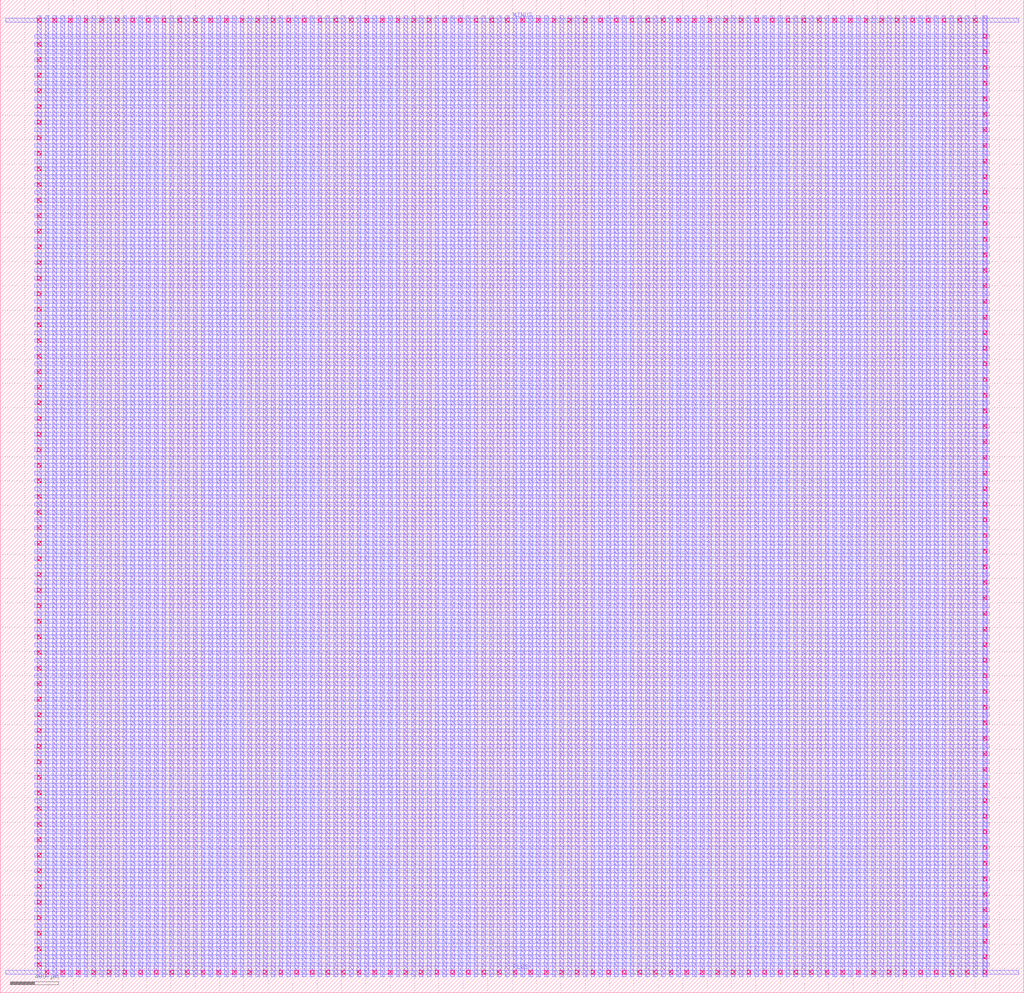
<source format=lef>
MACRO SCM_NMOS_57551371
  UNITS 
    DATABASE MICRONS UNITS 1000;
  END UNITS 
  ORIGIN 0 0 ;
  FOREIGN SCM_NMOS_57551371 0 0 ;
  SIZE 1440 BY 2352 ;
  PIN DA
    DIRECTION INOUT ;
    USE SIGNAL ;
    PORT
      LAYER M3 ;
        RECT 460 48 500 960 ;
    END
  END DA
  PIN DB
    DIRECTION INOUT ;
    USE SIGNAL ;
    PORT
      LAYER M2 ;
        RECT 284 152 1156 184 ;
    END
  END DB
  PIN S
    DIRECTION INOUT ;
    USE SIGNAL ;
    PORT
      LAYER M3 ;
        RECT 620 216 660 1800 ;
    END
  END S
  OBS
    LAYER M1 ;
      RECT 304 48 336 792 ;
    LAYER M1 ;
      RECT 304 888 336 1128 ;
    LAYER M1 ;
      RECT 304 1644 336 1884 ;
    LAYER M1 ;
      RECT 224 48 256 792 ;
    LAYER M1 ;
      RECT 384 48 416 792 ;
    LAYER M1 ;
      RECT 464 48 496 792 ;
    LAYER M1 ;
      RECT 464 888 496 1128 ;
    LAYER M1 ;
      RECT 464 1644 496 1884 ;
    LAYER M1 ;
      RECT 544 48 576 792 ;
    LAYER M1 ;
      RECT 624 48 656 792 ;
    LAYER M1 ;
      RECT 624 888 656 1128 ;
    LAYER M1 ;
      RECT 624 1644 656 1884 ;
    LAYER M1 ;
      RECT 704 48 736 792 ;
    LAYER M1 ;
      RECT 784 48 816 792 ;
    LAYER M1 ;
      RECT 784 888 816 1128 ;
    LAYER M1 ;
      RECT 784 1644 816 1884 ;
    LAYER M1 ;
      RECT 864 48 896 792 ;
    LAYER M1 ;
      RECT 944 48 976 792 ;
    LAYER M1 ;
      RECT 944 888 976 1128 ;
    LAYER M1 ;
      RECT 944 1644 976 1884 ;
    LAYER M1 ;
      RECT 1024 48 1056 792 ;
    LAYER M1 ;
      RECT 1104 48 1136 792 ;
    LAYER M1 ;
      RECT 1104 888 1136 1128 ;
    LAYER M1 ;
      RECT 1104 1644 1136 1884 ;
    LAYER M1 ;
      RECT 1184 48 1216 792 ;
    LAYER M2 ;
      RECT 444 68 996 100 ;
    LAYER M2 ;
      RECT 284 908 1156 940 ;
    LAYER M2 ;
      RECT 284 1748 1156 1780 ;
    LAYER M2 ;
      RECT 204 236 1236 268 ;
    LAYER V1 ;
      RECT 624 68 656 100 ;
    LAYER V1 ;
      RECT 624 908 656 940 ;
    LAYER V1 ;
      RECT 624 1748 656 1780 ;
    LAYER V1 ;
      RECT 784 68 816 100 ;
    LAYER V1 ;
      RECT 784 908 816 940 ;
    LAYER V1 ;
      RECT 784 1748 816 1780 ;
    LAYER V1 ;
      RECT 944 68 976 100 ;
    LAYER V1 ;
      RECT 944 908 976 940 ;
    LAYER V1 ;
      RECT 944 1748 976 1780 ;
    LAYER V1 ;
      RECT 464 68 496 100 ;
    LAYER V1 ;
      RECT 464 908 496 940 ;
    LAYER V1 ;
      RECT 464 1748 496 1780 ;
    LAYER V1 ;
      RECT 304 152 336 184 ;
    LAYER V1 ;
      RECT 304 908 336 940 ;
    LAYER V1 ;
      RECT 304 1748 336 1780 ;
    LAYER V1 ;
      RECT 1104 152 1136 184 ;
    LAYER V1 ;
      RECT 1104 908 1136 940 ;
    LAYER V1 ;
      RECT 1104 1748 1136 1780 ;
    LAYER V1 ;
      RECT 224 236 256 268 ;
    LAYER V1 ;
      RECT 384 236 416 268 ;
    LAYER V1 ;
      RECT 544 236 576 268 ;
    LAYER V1 ;
      RECT 704 236 736 268 ;
    LAYER V1 ;
      RECT 864 236 896 268 ;
    LAYER V1 ;
      RECT 1024 236 1056 268 ;
    LAYER V1 ;
      RECT 1184 236 1216 268 ;
    LAYER V2 ;
      RECT 464 68 496 100 ;
    LAYER V2 ;
      RECT 464 908 496 940 ;
    LAYER V2 ;
      RECT 624 236 656 268 ;
    LAYER V2 ;
      RECT 624 1748 656 1780 ;
    LAYER V0 ;
      RECT 304 461 336 493 ;
    LAYER V0 ;
      RECT 304 545 336 577 ;
    LAYER V0 ;
      RECT 304 908 336 940 ;
    LAYER V0 ;
      RECT 304 1748 336 1780 ;
    LAYER V0 ;
      RECT 224 461 256 493 ;
    LAYER V0 ;
      RECT 224 545 256 577 ;
    LAYER V0 ;
      RECT 384 461 416 493 ;
    LAYER V0 ;
      RECT 384 461 416 493 ;
    LAYER V0 ;
      RECT 384 545 416 577 ;
    LAYER V0 ;
      RECT 384 545 416 577 ;
    LAYER V0 ;
      RECT 464 461 496 493 ;
    LAYER V0 ;
      RECT 464 545 496 577 ;
    LAYER V0 ;
      RECT 464 908 496 940 ;
    LAYER V0 ;
      RECT 464 1748 496 1780 ;
    LAYER V0 ;
      RECT 544 461 576 493 ;
    LAYER V0 ;
      RECT 544 461 576 493 ;
    LAYER V0 ;
      RECT 544 545 576 577 ;
    LAYER V0 ;
      RECT 544 545 576 577 ;
    LAYER V0 ;
      RECT 624 461 656 493 ;
    LAYER V0 ;
      RECT 624 545 656 577 ;
    LAYER V0 ;
      RECT 624 908 656 940 ;
    LAYER V0 ;
      RECT 624 1748 656 1780 ;
    LAYER V0 ;
      RECT 704 461 736 493 ;
    LAYER V0 ;
      RECT 704 461 736 493 ;
    LAYER V0 ;
      RECT 704 545 736 577 ;
    LAYER V0 ;
      RECT 704 545 736 577 ;
    LAYER V0 ;
      RECT 784 461 816 493 ;
    LAYER V0 ;
      RECT 784 545 816 577 ;
    LAYER V0 ;
      RECT 784 908 816 940 ;
    LAYER V0 ;
      RECT 784 1748 816 1780 ;
    LAYER V0 ;
      RECT 864 461 896 493 ;
    LAYER V0 ;
      RECT 864 461 896 493 ;
    LAYER V0 ;
      RECT 864 545 896 577 ;
    LAYER V0 ;
      RECT 864 545 896 577 ;
    LAYER V0 ;
      RECT 944 461 976 493 ;
    LAYER V0 ;
      RECT 944 545 976 577 ;
    LAYER V0 ;
      RECT 944 908 976 940 ;
    LAYER V0 ;
      RECT 944 1748 976 1780 ;
    LAYER V0 ;
      RECT 1024 461 1056 493 ;
    LAYER V0 ;
      RECT 1024 461 1056 493 ;
    LAYER V0 ;
      RECT 1024 545 1056 577 ;
    LAYER V0 ;
      RECT 1024 545 1056 577 ;
    LAYER V0 ;
      RECT 1104 461 1136 493 ;
    LAYER V0 ;
      RECT 1104 545 1136 577 ;
    LAYER V0 ;
      RECT 1104 908 1136 940 ;
    LAYER V0 ;
      RECT 1104 1748 1136 1780 ;
    LAYER V0 ;
      RECT 1184 461 1216 493 ;
    LAYER V0 ;
      RECT 1184 545 1216 577 ;
  END
END SCM_NMOS_57551371
MACRO CMC_PMOS_95878848_X1_Y1
  UNITS 
    DATABASE MICRONS UNITS 1000;
  END UNITS 
  ORIGIN 0 0 ;
  FOREIGN CMC_PMOS_95878848_X1_Y1 0 0 ;
  SIZE 800 BY 2352 ;
  PIN DA
    DIRECTION INOUT ;
    USE SIGNAL ;
    PORT
      LAYER M2 ;
        RECT 124 68 356 100 ;
    END
  END DA
  PIN DB
    DIRECTION INOUT ;
    USE SIGNAL ;
    PORT
      LAYER M2 ;
        RECT 284 152 516 184 ;
    END
  END DB
  PIN G
    DIRECTION INOUT ;
    USE SIGNAL ;
    PORT
      LAYER M2 ;
        RECT 284 908 516 940 ;
    END
  END G
  PIN S
    DIRECTION INOUT ;
    USE SIGNAL ;
    PORT
      LAYER M3 ;
        RECT 380 216 420 1800 ;
    END
  END S
  OBS
    LAYER M1 ;
      RECT 304 48 336 792 ;
    LAYER M1 ;
      RECT 304 888 336 1128 ;
    LAYER M1 ;
      RECT 304 1644 336 1884 ;
    LAYER M1 ;
      RECT 224 48 256 792 ;
    LAYER M1 ;
      RECT 384 48 416 792 ;
    LAYER M1 ;
      RECT 464 48 496 792 ;
    LAYER M1 ;
      RECT 464 888 496 1128 ;
    LAYER M1 ;
      RECT 464 1644 496 1884 ;
    LAYER M1 ;
      RECT 544 48 576 792 ;
    LAYER M2 ;
      RECT 284 1748 516 1780 ;
    LAYER M2 ;
      RECT 204 236 596 268 ;
    LAYER V1 ;
      RECT 304 68 336 100 ;
    LAYER V1 ;
      RECT 304 908 336 940 ;
    LAYER V1 ;
      RECT 304 1748 336 1780 ;
    LAYER V1 ;
      RECT 464 152 496 184 ;
    LAYER V1 ;
      RECT 464 908 496 940 ;
    LAYER V1 ;
      RECT 464 1748 496 1780 ;
    LAYER V1 ;
      RECT 224 236 256 268 ;
    LAYER V1 ;
      RECT 384 236 416 268 ;
    LAYER V1 ;
      RECT 544 236 576 268 ;
    LAYER V2 ;
      RECT 384 236 416 268 ;
    LAYER V2 ;
      RECT 384 1748 416 1780 ;
    LAYER V0 ;
      RECT 304 461 336 493 ;
    LAYER V0 ;
      RECT 304 545 336 577 ;
    LAYER V0 ;
      RECT 304 908 336 940 ;
    LAYER V0 ;
      RECT 304 1748 336 1780 ;
    LAYER V0 ;
      RECT 224 461 256 493 ;
    LAYER V0 ;
      RECT 224 545 256 577 ;
    LAYER V0 ;
      RECT 384 461 416 493 ;
    LAYER V0 ;
      RECT 384 461 416 493 ;
    LAYER V0 ;
      RECT 384 545 416 577 ;
    LAYER V0 ;
      RECT 384 545 416 577 ;
    LAYER V0 ;
      RECT 464 461 496 493 ;
    LAYER V0 ;
      RECT 464 545 496 577 ;
    LAYER V0 ;
      RECT 464 908 496 940 ;
    LAYER V0 ;
      RECT 464 1748 496 1780 ;
    LAYER V0 ;
      RECT 544 461 576 493 ;
    LAYER V0 ;
      RECT 544 545 576 577 ;
  END
END CMC_PMOS_95878848_X1_Y1
MACRO CMC_S_NMOS_B_2722902_X1_Y2
  UNITS 
    DATABASE MICRONS UNITS 1000;
  END UNITS 
  ORIGIN 0 0 ;
  FOREIGN CMC_S_NMOS_B_2722902_X1_Y2 0 0 ;
  SIZE 1280 BY 3528 ;
  PIN B
    DIRECTION INOUT ;
    USE SIGNAL ;
    PORT
      LAYER M2 ;
        RECT 284 2924 996 2956 ;
    END
  END B
  PIN DA
    DIRECTION INOUT ;
    USE SIGNAL ;
    PORT
      LAYER M3 ;
        RECT 460 48 500 1296 ;
    END
  END DA
  PIN DB
    DIRECTION INOUT ;
    USE SIGNAL ;
    PORT
      LAYER M3 ;
        RECT 540 132 580 1380 ;
    END
  END DB
  PIN G
    DIRECTION INOUT ;
    USE SIGNAL ;
    PORT
      LAYER M3 ;
        RECT 780 888 820 2136 ;
    END
  END G
  PIN SA
    DIRECTION INOUT ;
    USE SIGNAL ;
    PORT
      LAYER M3 ;
        RECT 620 216 660 1464 ;
    END
  END SA
  PIN SB
    DIRECTION INOUT ;
    USE SIGNAL ;
    PORT
      LAYER M3 ;
        RECT 700 300 740 1548 ;
    END
  END SB
  OBS
    LAYER M1 ;
      RECT 304 48 336 792 ;
    LAYER M1 ;
      RECT 304 888 336 1128 ;
    LAYER M1 ;
      RECT 304 1224 336 1968 ;
    LAYER M1 ;
      RECT 304 2064 336 2304 ;
    LAYER M1 ;
      RECT 304 2820 336 3060 ;
    LAYER M1 ;
      RECT 224 48 256 792 ;
    LAYER M1 ;
      RECT 224 1224 256 1968 ;
    LAYER M1 ;
      RECT 384 48 416 792 ;
    LAYER M1 ;
      RECT 384 1224 416 1968 ;
    LAYER M1 ;
      RECT 944 48 976 792 ;
    LAYER M1 ;
      RECT 944 888 976 1128 ;
    LAYER M1 ;
      RECT 944 1224 976 1968 ;
    LAYER M1 ;
      RECT 944 2064 976 2304 ;
    LAYER M1 ;
      RECT 944 2820 976 3060 ;
    LAYER M1 ;
      RECT 864 48 896 792 ;
    LAYER M1 ;
      RECT 864 1224 896 1968 ;
    LAYER M1 ;
      RECT 1024 48 1056 792 ;
    LAYER M1 ;
      RECT 1024 1224 1056 1968 ;
    LAYER M2 ;
      RECT 284 68 516 100 ;
    LAYER M2 ;
      RECT 524 152 996 184 ;
    LAYER M2 ;
      RECT 204 236 676 268 ;
    LAYER M2 ;
      RECT 684 320 1076 352 ;
    LAYER M2 ;
      RECT 284 908 996 940 ;
    LAYER M2 ;
      RECT 444 1244 996 1276 ;
    LAYER M2 ;
      RECT 284 1328 596 1360 ;
    LAYER M2 ;
      RECT 604 1412 1076 1444 ;
    LAYER M2 ;
      RECT 204 1496 756 1528 ;
    LAYER M2 ;
      RECT 284 2084 996 2116 ;
    LAYER V1 ;
      RECT 304 68 336 100 ;
    LAYER V1 ;
      RECT 304 908 336 940 ;
    LAYER V1 ;
      RECT 304 1328 336 1360 ;
    LAYER V1 ;
      RECT 304 2084 336 2116 ;
    LAYER V1 ;
      RECT 304 2924 336 2956 ;
    LAYER V1 ;
      RECT 944 152 976 184 ;
    LAYER V1 ;
      RECT 944 908 976 940 ;
    LAYER V1 ;
      RECT 944 1244 976 1276 ;
    LAYER V1 ;
      RECT 944 2084 976 2116 ;
    LAYER V1 ;
      RECT 944 2924 976 2956 ;
    LAYER V1 ;
      RECT 224 236 256 268 ;
    LAYER V1 ;
      RECT 224 1496 256 1528 ;
    LAYER V1 ;
      RECT 384 236 416 268 ;
    LAYER V1 ;
      RECT 384 1496 416 1528 ;
    LAYER V1 ;
      RECT 864 320 896 352 ;
    LAYER V1 ;
      RECT 864 1412 896 1444 ;
    LAYER V1 ;
      RECT 1024 320 1056 352 ;
    LAYER V1 ;
      RECT 1024 1412 1056 1444 ;
    LAYER V2 ;
      RECT 464 68 496 100 ;
    LAYER V2 ;
      RECT 464 1244 496 1276 ;
    LAYER V2 ;
      RECT 544 152 576 184 ;
    LAYER V2 ;
      RECT 544 1328 576 1360 ;
    LAYER V2 ;
      RECT 624 236 656 268 ;
    LAYER V2 ;
      RECT 624 1412 656 1444 ;
    LAYER V2 ;
      RECT 704 320 736 352 ;
    LAYER V2 ;
      RECT 704 1496 736 1528 ;
    LAYER V2 ;
      RECT 784 908 816 940 ;
    LAYER V2 ;
      RECT 784 2084 816 2116 ;
    LAYER V0 ;
      RECT 304 398 336 430 ;
    LAYER V0 ;
      RECT 304 482 336 514 ;
    LAYER V0 ;
      RECT 304 566 336 598 ;
    LAYER V0 ;
      RECT 304 908 336 940 ;
    LAYER V0 ;
      RECT 304 1574 336 1606 ;
    LAYER V0 ;
      RECT 304 1658 336 1690 ;
    LAYER V0 ;
      RECT 304 1742 336 1774 ;
    LAYER V0 ;
      RECT 304 2084 336 2116 ;
    LAYER V0 ;
      RECT 304 2924 336 2956 ;
    LAYER V0 ;
      RECT 304 2924 336 2956 ;
    LAYER V0 ;
      RECT 224 398 256 430 ;
    LAYER V0 ;
      RECT 224 482 256 514 ;
    LAYER V0 ;
      RECT 224 566 256 598 ;
    LAYER V0 ;
      RECT 224 1574 256 1606 ;
    LAYER V0 ;
      RECT 224 1658 256 1690 ;
    LAYER V0 ;
      RECT 224 1742 256 1774 ;
    LAYER V0 ;
      RECT 384 398 416 430 ;
    LAYER V0 ;
      RECT 384 482 416 514 ;
    LAYER V0 ;
      RECT 384 566 416 598 ;
    LAYER V0 ;
      RECT 384 1574 416 1606 ;
    LAYER V0 ;
      RECT 384 1658 416 1690 ;
    LAYER V0 ;
      RECT 384 1742 416 1774 ;
    LAYER V0 ;
      RECT 944 398 976 430 ;
    LAYER V0 ;
      RECT 944 482 976 514 ;
    LAYER V0 ;
      RECT 944 566 976 598 ;
    LAYER V0 ;
      RECT 944 908 976 940 ;
    LAYER V0 ;
      RECT 944 1574 976 1606 ;
    LAYER V0 ;
      RECT 944 1658 976 1690 ;
    LAYER V0 ;
      RECT 944 1742 976 1774 ;
    LAYER V0 ;
      RECT 944 2084 976 2116 ;
    LAYER V0 ;
      RECT 944 2924 976 2956 ;
    LAYER V0 ;
      RECT 944 2924 976 2956 ;
    LAYER V0 ;
      RECT 864 398 896 430 ;
    LAYER V0 ;
      RECT 864 482 896 514 ;
    LAYER V0 ;
      RECT 864 566 896 598 ;
    LAYER V0 ;
      RECT 864 1574 896 1606 ;
    LAYER V0 ;
      RECT 864 1658 896 1690 ;
    LAYER V0 ;
      RECT 864 1742 896 1774 ;
    LAYER V0 ;
      RECT 1024 398 1056 430 ;
    LAYER V0 ;
      RECT 1024 482 1056 514 ;
    LAYER V0 ;
      RECT 1024 566 1056 598 ;
    LAYER V0 ;
      RECT 1024 1574 1056 1606 ;
    LAYER V0 ;
      RECT 1024 1658 1056 1690 ;
    LAYER V0 ;
      RECT 1024 1742 1056 1774 ;
  END
END CMC_S_NMOS_B_2722902_X1_Y2
MACRO CMC_S_NMOS_B_2722902_X2_Y1
  UNITS 
    DATABASE MICRONS UNITS 1000;
  END UNITS 
  ORIGIN 0 0 ;
  FOREIGN CMC_S_NMOS_B_2722902_X2_Y1 0 0 ;
  SIZE 2560 BY 2352 ;
  PIN B
    DIRECTION INOUT ;
    USE SIGNAL ;
    PORT
      LAYER M2 ;
        RECT 284 1748 2276 1780 ;
    END
  END B
  PIN DA
    DIRECTION INOUT ;
    USE SIGNAL ;
    PORT
      LAYER M2 ;
        RECT 284 68 996 100 ;
    END
  END DA
  PIN DB
    DIRECTION INOUT ;
    USE SIGNAL ;
    PORT
      LAYER M2 ;
        RECT 1564 152 2276 184 ;
    END
  END DB
  PIN G
    DIRECTION INOUT ;
    USE SIGNAL ;
    PORT
      LAYER M2 ;
        RECT 284 908 2276 940 ;
    END
  END G
  PIN SA
    DIRECTION INOUT ;
    USE SIGNAL ;
    PORT
      LAYER M2 ;
        RECT 204 236 1076 268 ;
    END
  END SA
  PIN SB
    DIRECTION INOUT ;
    USE SIGNAL ;
    PORT
      LAYER M2 ;
        RECT 1484 320 2356 352 ;
    END
  END SB
  OBS
    LAYER M1 ;
      RECT 304 48 336 792 ;
    LAYER M1 ;
      RECT 304 888 336 1128 ;
    LAYER M1 ;
      RECT 304 1644 336 1884 ;
    LAYER M1 ;
      RECT 224 48 256 792 ;
    LAYER M1 ;
      RECT 384 48 416 792 ;
    LAYER M1 ;
      RECT 944 48 976 792 ;
    LAYER M1 ;
      RECT 944 888 976 1128 ;
    LAYER M1 ;
      RECT 944 1644 976 1884 ;
    LAYER M1 ;
      RECT 864 48 896 792 ;
    LAYER M1 ;
      RECT 1024 48 1056 792 ;
    LAYER M1 ;
      RECT 1584 48 1616 792 ;
    LAYER M1 ;
      RECT 1584 888 1616 1128 ;
    LAYER M1 ;
      RECT 1584 1644 1616 1884 ;
    LAYER M1 ;
      RECT 1504 48 1536 792 ;
    LAYER M1 ;
      RECT 1664 48 1696 792 ;
    LAYER M1 ;
      RECT 2224 48 2256 792 ;
    LAYER M1 ;
      RECT 2224 888 2256 1128 ;
    LAYER M1 ;
      RECT 2224 1644 2256 1884 ;
    LAYER M1 ;
      RECT 2144 48 2176 792 ;
    LAYER M1 ;
      RECT 2304 48 2336 792 ;
    LAYER V1 ;
      RECT 944 68 976 100 ;
    LAYER V1 ;
      RECT 944 908 976 940 ;
    LAYER V1 ;
      RECT 944 1748 976 1780 ;
    LAYER V1 ;
      RECT 304 68 336 100 ;
    LAYER V1 ;
      RECT 304 908 336 940 ;
    LAYER V1 ;
      RECT 304 1748 336 1780 ;
    LAYER V1 ;
      RECT 2224 152 2256 184 ;
    LAYER V1 ;
      RECT 2224 908 2256 940 ;
    LAYER V1 ;
      RECT 2224 1748 2256 1780 ;
    LAYER V1 ;
      RECT 1584 152 1616 184 ;
    LAYER V1 ;
      RECT 1584 908 1616 940 ;
    LAYER V1 ;
      RECT 1584 1748 1616 1780 ;
    LAYER V1 ;
      RECT 864 236 896 268 ;
    LAYER V1 ;
      RECT 1024 236 1056 268 ;
    LAYER V1 ;
      RECT 224 236 256 268 ;
    LAYER V1 ;
      RECT 384 236 416 268 ;
    LAYER V1 ;
      RECT 2144 320 2176 352 ;
    LAYER V1 ;
      RECT 1664 320 1696 352 ;
    LAYER V1 ;
      RECT 1504 320 1536 352 ;
    LAYER V1 ;
      RECT 2304 320 2336 352 ;
    LAYER V0 ;
      RECT 304 398 336 430 ;
    LAYER V0 ;
      RECT 304 482 336 514 ;
    LAYER V0 ;
      RECT 304 566 336 598 ;
    LAYER V0 ;
      RECT 304 908 336 940 ;
    LAYER V0 ;
      RECT 304 1748 336 1780 ;
    LAYER V0 ;
      RECT 224 398 256 430 ;
    LAYER V0 ;
      RECT 224 482 256 514 ;
    LAYER V0 ;
      RECT 224 566 256 598 ;
    LAYER V0 ;
      RECT 384 398 416 430 ;
    LAYER V0 ;
      RECT 384 482 416 514 ;
    LAYER V0 ;
      RECT 384 566 416 598 ;
    LAYER V0 ;
      RECT 944 398 976 430 ;
    LAYER V0 ;
      RECT 944 482 976 514 ;
    LAYER V0 ;
      RECT 944 566 976 598 ;
    LAYER V0 ;
      RECT 944 908 976 940 ;
    LAYER V0 ;
      RECT 944 1748 976 1780 ;
    LAYER V0 ;
      RECT 864 398 896 430 ;
    LAYER V0 ;
      RECT 864 482 896 514 ;
    LAYER V0 ;
      RECT 864 566 896 598 ;
    LAYER V0 ;
      RECT 1024 398 1056 430 ;
    LAYER V0 ;
      RECT 1024 482 1056 514 ;
    LAYER V0 ;
      RECT 1024 566 1056 598 ;
    LAYER V0 ;
      RECT 1584 398 1616 430 ;
    LAYER V0 ;
      RECT 1584 482 1616 514 ;
    LAYER V0 ;
      RECT 1584 566 1616 598 ;
    LAYER V0 ;
      RECT 1584 908 1616 940 ;
    LAYER V0 ;
      RECT 1584 1748 1616 1780 ;
    LAYER V0 ;
      RECT 1504 398 1536 430 ;
    LAYER V0 ;
      RECT 1504 482 1536 514 ;
    LAYER V0 ;
      RECT 1504 566 1536 598 ;
    LAYER V0 ;
      RECT 1664 398 1696 430 ;
    LAYER V0 ;
      RECT 1664 482 1696 514 ;
    LAYER V0 ;
      RECT 1664 566 1696 598 ;
    LAYER V0 ;
      RECT 2224 398 2256 430 ;
    LAYER V0 ;
      RECT 2224 482 2256 514 ;
    LAYER V0 ;
      RECT 2224 566 2256 598 ;
    LAYER V0 ;
      RECT 2224 908 2256 940 ;
    LAYER V0 ;
      RECT 2224 1748 2256 1780 ;
    LAYER V0 ;
      RECT 2144 398 2176 430 ;
    LAYER V0 ;
      RECT 2144 482 2176 514 ;
    LAYER V0 ;
      RECT 2144 566 2176 598 ;
    LAYER V0 ;
      RECT 2304 398 2336 430 ;
    LAYER V0 ;
      RECT 2304 482 2336 514 ;
    LAYER V0 ;
      RECT 2304 566 2336 598 ;
  END
END CMC_S_NMOS_B_2722902_X2_Y1
MACRO DP_NMOS_B_40344802_X3_Y1
  UNITS 
    DATABASE MICRONS UNITS 1000;
  END UNITS 
  ORIGIN 0 0 ;
  FOREIGN DP_NMOS_B_40344802_X3_Y1 0 0 ;
  SIZE 1440 BY 2352 ;
  PIN B
    DIRECTION INOUT ;
    USE SIGNAL ;
    PORT
      LAYER M2 ;
        RECT 284 1748 1156 1780 ;
    END
  END B
  PIN DA
    DIRECTION INOUT ;
    USE SIGNAL ;
    PORT
      LAYER M2 ;
        RECT 284 68 996 100 ;
    END
  END DA
  PIN DB
    DIRECTION INOUT ;
    USE SIGNAL ;
    PORT
      LAYER M2 ;
        RECT 444 152 1156 184 ;
    END
  END DB
  PIN GA
    DIRECTION INOUT ;
    USE SIGNAL ;
    PORT
      LAYER M2 ;
        RECT 284 908 996 940 ;
    END
  END GA
  PIN GB
    DIRECTION INOUT ;
    USE SIGNAL ;
    PORT
      LAYER M2 ;
        RECT 444 992 1156 1024 ;
    END
  END GB
  PIN S
    DIRECTION INOUT ;
    USE SIGNAL ;
    PORT
      LAYER M2 ;
        RECT 204 236 1236 268 ;
    END
  END S
  OBS
    LAYER M1 ;
      RECT 304 48 336 792 ;
    LAYER M1 ;
      RECT 304 888 336 1128 ;
    LAYER M1 ;
      RECT 304 1644 336 1884 ;
    LAYER M1 ;
      RECT 224 48 256 792 ;
    LAYER M1 ;
      RECT 384 48 416 792 ;
    LAYER M1 ;
      RECT 464 48 496 792 ;
    LAYER M1 ;
      RECT 464 888 496 1128 ;
    LAYER M1 ;
      RECT 464 1644 496 1884 ;
    LAYER M1 ;
      RECT 544 48 576 792 ;
    LAYER M1 ;
      RECT 624 48 656 792 ;
    LAYER M1 ;
      RECT 624 888 656 1128 ;
    LAYER M1 ;
      RECT 624 1644 656 1884 ;
    LAYER M1 ;
      RECT 704 48 736 792 ;
    LAYER M1 ;
      RECT 784 48 816 792 ;
    LAYER M1 ;
      RECT 784 888 816 1128 ;
    LAYER M1 ;
      RECT 784 1644 816 1884 ;
    LAYER M1 ;
      RECT 864 48 896 792 ;
    LAYER M1 ;
      RECT 944 48 976 792 ;
    LAYER M1 ;
      RECT 944 888 976 1128 ;
    LAYER M1 ;
      RECT 944 1644 976 1884 ;
    LAYER M1 ;
      RECT 1024 48 1056 792 ;
    LAYER M1 ;
      RECT 1104 48 1136 792 ;
    LAYER M1 ;
      RECT 1104 888 1136 1128 ;
    LAYER M1 ;
      RECT 1104 1644 1136 1884 ;
    LAYER M1 ;
      RECT 1184 48 1216 792 ;
    LAYER V1 ;
      RECT 624 68 656 100 ;
    LAYER V1 ;
      RECT 624 908 656 940 ;
    LAYER V1 ;
      RECT 624 1748 656 1780 ;
    LAYER V1 ;
      RECT 944 68 976 100 ;
    LAYER V1 ;
      RECT 944 908 976 940 ;
    LAYER V1 ;
      RECT 944 1748 976 1780 ;
    LAYER V1 ;
      RECT 304 68 336 100 ;
    LAYER V1 ;
      RECT 304 908 336 940 ;
    LAYER V1 ;
      RECT 304 1748 336 1780 ;
    LAYER V1 ;
      RECT 784 152 816 184 ;
    LAYER V1 ;
      RECT 784 992 816 1024 ;
    LAYER V1 ;
      RECT 784 1748 816 1780 ;
    LAYER V1 ;
      RECT 464 152 496 184 ;
    LAYER V1 ;
      RECT 464 992 496 1024 ;
    LAYER V1 ;
      RECT 464 1748 496 1780 ;
    LAYER V1 ;
      RECT 1104 152 1136 184 ;
    LAYER V1 ;
      RECT 1104 992 1136 1024 ;
    LAYER V1 ;
      RECT 1104 1748 1136 1780 ;
    LAYER V1 ;
      RECT 224 236 256 268 ;
    LAYER V1 ;
      RECT 384 236 416 268 ;
    LAYER V1 ;
      RECT 544 236 576 268 ;
    LAYER V1 ;
      RECT 704 236 736 268 ;
    LAYER V1 ;
      RECT 864 236 896 268 ;
    LAYER V1 ;
      RECT 1024 236 1056 268 ;
    LAYER V1 ;
      RECT 1184 236 1216 268 ;
    LAYER V0 ;
      RECT 304 335 336 367 ;
    LAYER V0 ;
      RECT 304 419 336 451 ;
    LAYER V0 ;
      RECT 304 503 336 535 ;
    LAYER V0 ;
      RECT 304 587 336 619 ;
    LAYER V0 ;
      RECT 304 671 336 703 ;
    LAYER V0 ;
      RECT 304 908 336 940 ;
    LAYER V0 ;
      RECT 304 1748 336 1780 ;
    LAYER V0 ;
      RECT 224 335 256 367 ;
    LAYER V0 ;
      RECT 224 419 256 451 ;
    LAYER V0 ;
      RECT 224 503 256 535 ;
    LAYER V0 ;
      RECT 224 587 256 619 ;
    LAYER V0 ;
      RECT 224 671 256 703 ;
    LAYER V0 ;
      RECT 384 335 416 367 ;
    LAYER V0 ;
      RECT 384 335 416 367 ;
    LAYER V0 ;
      RECT 384 419 416 451 ;
    LAYER V0 ;
      RECT 384 419 416 451 ;
    LAYER V0 ;
      RECT 384 503 416 535 ;
    LAYER V0 ;
      RECT 384 503 416 535 ;
    LAYER V0 ;
      RECT 384 587 416 619 ;
    LAYER V0 ;
      RECT 384 587 416 619 ;
    LAYER V0 ;
      RECT 384 671 416 703 ;
    LAYER V0 ;
      RECT 384 671 416 703 ;
    LAYER V0 ;
      RECT 464 335 496 367 ;
    LAYER V0 ;
      RECT 464 419 496 451 ;
    LAYER V0 ;
      RECT 464 503 496 535 ;
    LAYER V0 ;
      RECT 464 587 496 619 ;
    LAYER V0 ;
      RECT 464 671 496 703 ;
    LAYER V0 ;
      RECT 464 908 496 940 ;
    LAYER V0 ;
      RECT 464 1748 496 1780 ;
    LAYER V0 ;
      RECT 544 335 576 367 ;
    LAYER V0 ;
      RECT 544 335 576 367 ;
    LAYER V0 ;
      RECT 544 419 576 451 ;
    LAYER V0 ;
      RECT 544 419 576 451 ;
    LAYER V0 ;
      RECT 544 503 576 535 ;
    LAYER V0 ;
      RECT 544 503 576 535 ;
    LAYER V0 ;
      RECT 544 587 576 619 ;
    LAYER V0 ;
      RECT 544 587 576 619 ;
    LAYER V0 ;
      RECT 544 671 576 703 ;
    LAYER V0 ;
      RECT 544 671 576 703 ;
    LAYER V0 ;
      RECT 624 335 656 367 ;
    LAYER V0 ;
      RECT 624 419 656 451 ;
    LAYER V0 ;
      RECT 624 503 656 535 ;
    LAYER V0 ;
      RECT 624 587 656 619 ;
    LAYER V0 ;
      RECT 624 671 656 703 ;
    LAYER V0 ;
      RECT 624 908 656 940 ;
    LAYER V0 ;
      RECT 624 1748 656 1780 ;
    LAYER V0 ;
      RECT 704 335 736 367 ;
    LAYER V0 ;
      RECT 704 335 736 367 ;
    LAYER V0 ;
      RECT 704 419 736 451 ;
    LAYER V0 ;
      RECT 704 419 736 451 ;
    LAYER V0 ;
      RECT 704 503 736 535 ;
    LAYER V0 ;
      RECT 704 503 736 535 ;
    LAYER V0 ;
      RECT 704 587 736 619 ;
    LAYER V0 ;
      RECT 704 587 736 619 ;
    LAYER V0 ;
      RECT 704 671 736 703 ;
    LAYER V0 ;
      RECT 704 671 736 703 ;
    LAYER V0 ;
      RECT 784 335 816 367 ;
    LAYER V0 ;
      RECT 784 419 816 451 ;
    LAYER V0 ;
      RECT 784 503 816 535 ;
    LAYER V0 ;
      RECT 784 587 816 619 ;
    LAYER V0 ;
      RECT 784 671 816 703 ;
    LAYER V0 ;
      RECT 784 908 816 940 ;
    LAYER V0 ;
      RECT 784 1748 816 1780 ;
    LAYER V0 ;
      RECT 864 335 896 367 ;
    LAYER V0 ;
      RECT 864 335 896 367 ;
    LAYER V0 ;
      RECT 864 419 896 451 ;
    LAYER V0 ;
      RECT 864 419 896 451 ;
    LAYER V0 ;
      RECT 864 503 896 535 ;
    LAYER V0 ;
      RECT 864 503 896 535 ;
    LAYER V0 ;
      RECT 864 587 896 619 ;
    LAYER V0 ;
      RECT 864 587 896 619 ;
    LAYER V0 ;
      RECT 864 671 896 703 ;
    LAYER V0 ;
      RECT 864 671 896 703 ;
    LAYER V0 ;
      RECT 944 335 976 367 ;
    LAYER V0 ;
      RECT 944 419 976 451 ;
    LAYER V0 ;
      RECT 944 503 976 535 ;
    LAYER V0 ;
      RECT 944 587 976 619 ;
    LAYER V0 ;
      RECT 944 671 976 703 ;
    LAYER V0 ;
      RECT 944 908 976 940 ;
    LAYER V0 ;
      RECT 944 1748 976 1780 ;
    LAYER V0 ;
      RECT 1024 335 1056 367 ;
    LAYER V0 ;
      RECT 1024 335 1056 367 ;
    LAYER V0 ;
      RECT 1024 419 1056 451 ;
    LAYER V0 ;
      RECT 1024 419 1056 451 ;
    LAYER V0 ;
      RECT 1024 503 1056 535 ;
    LAYER V0 ;
      RECT 1024 503 1056 535 ;
    LAYER V0 ;
      RECT 1024 587 1056 619 ;
    LAYER V0 ;
      RECT 1024 587 1056 619 ;
    LAYER V0 ;
      RECT 1024 671 1056 703 ;
    LAYER V0 ;
      RECT 1024 671 1056 703 ;
    LAYER V0 ;
      RECT 1104 335 1136 367 ;
    LAYER V0 ;
      RECT 1104 419 1136 451 ;
    LAYER V0 ;
      RECT 1104 503 1136 535 ;
    LAYER V0 ;
      RECT 1104 587 1136 619 ;
    LAYER V0 ;
      RECT 1104 671 1136 703 ;
    LAYER V0 ;
      RECT 1104 908 1136 940 ;
    LAYER V0 ;
      RECT 1104 1748 1136 1780 ;
    LAYER V0 ;
      RECT 1184 335 1216 367 ;
    LAYER V0 ;
      RECT 1184 419 1216 451 ;
    LAYER V0 ;
      RECT 1184 503 1216 535 ;
    LAYER V0 ;
      RECT 1184 587 1216 619 ;
    LAYER V0 ;
      RECT 1184 671 1216 703 ;
  END
END DP_NMOS_B_40344802_X3_Y1
MACRO DP_NMOS_B_40344802_X1_Y3
  UNITS 
    DATABASE MICRONS UNITS 1000;
  END UNITS 
  ORIGIN 0 0 ;
  FOREIGN DP_NMOS_B_40344802_X1_Y3 0 0 ;
  SIZE 800 BY 4704 ;
  PIN B
    DIRECTION INOUT ;
    USE SIGNAL ;
    PORT
      LAYER M2 ;
        RECT 284 4100 516 4132 ;
    END
  END B
  PIN DA
    DIRECTION INOUT ;
    USE SIGNAL ;
    PORT
      LAYER M3 ;
        RECT 60 48 100 2472 ;
    END
  END DA
  PIN DB
    DIRECTION INOUT ;
    USE SIGNAL ;
    PORT
      LAYER M3 ;
        RECT 140 132 180 2556 ;
    END
  END DB
  PIN GA
    DIRECTION INOUT ;
    USE SIGNAL ;
    PORT
      LAYER M3 ;
        RECT 220 888 260 3312 ;
    END
  END GA
  PIN GB
    DIRECTION INOUT ;
    USE SIGNAL ;
    PORT
      LAYER M3 ;
        RECT 300 972 340 3396 ;
    END
  END GB
  PIN S
    DIRECTION INOUT ;
    USE SIGNAL ;
    PORT
      LAYER M3 ;
        RECT 380 216 420 2640 ;
    END
  END S
  OBS
    LAYER M1 ;
      RECT 304 48 336 792 ;
    LAYER M1 ;
      RECT 304 888 336 1128 ;
    LAYER M1 ;
      RECT 304 1224 336 1968 ;
    LAYER M1 ;
      RECT 304 2064 336 2304 ;
    LAYER M1 ;
      RECT 304 2400 336 3144 ;
    LAYER M1 ;
      RECT 304 3240 336 3480 ;
    LAYER M1 ;
      RECT 304 3996 336 4236 ;
    LAYER M1 ;
      RECT 224 48 256 792 ;
    LAYER M1 ;
      RECT 224 1224 256 1968 ;
    LAYER M1 ;
      RECT 224 2400 256 3144 ;
    LAYER M1 ;
      RECT 384 48 416 792 ;
    LAYER M1 ;
      RECT 384 1224 416 1968 ;
    LAYER M1 ;
      RECT 384 2400 416 3144 ;
    LAYER M1 ;
      RECT 464 48 496 792 ;
    LAYER M1 ;
      RECT 464 888 496 1128 ;
    LAYER M1 ;
      RECT 464 1224 496 1968 ;
    LAYER M1 ;
      RECT 464 2064 496 2304 ;
    LAYER M1 ;
      RECT 464 2400 496 3144 ;
    LAYER M1 ;
      RECT 464 3240 496 3480 ;
    LAYER M1 ;
      RECT 464 3996 496 4236 ;
    LAYER M1 ;
      RECT 544 48 576 792 ;
    LAYER M1 ;
      RECT 544 1224 576 1968 ;
    LAYER M1 ;
      RECT 544 2400 576 3144 ;
    LAYER M2 ;
      RECT 44 68 356 100 ;
    LAYER M2 ;
      RECT 124 152 516 184 ;
    LAYER M2 ;
      RECT 124 908 356 940 ;
    LAYER M2 ;
      RECT 284 992 516 1024 ;
    LAYER M2 ;
      RECT 204 236 596 268 ;
    LAYER M2 ;
      RECT 44 1244 516 1276 ;
    LAYER M2 ;
      RECT 124 1328 356 1360 ;
    LAYER M2 ;
      RECT 204 2084 516 2116 ;
    LAYER M2 ;
      RECT 124 2168 356 2200 ;
    LAYER M2 ;
      RECT 204 1412 596 1444 ;
    LAYER M2 ;
      RECT 44 2420 356 2452 ;
    LAYER M2 ;
      RECT 124 2504 516 2536 ;
    LAYER M2 ;
      RECT 124 3260 356 3292 ;
    LAYER M2 ;
      RECT 284 3344 516 3376 ;
    LAYER M2 ;
      RECT 204 2588 596 2620 ;
    LAYER V1 ;
      RECT 304 68 336 100 ;
    LAYER V1 ;
      RECT 304 908 336 940 ;
    LAYER V1 ;
      RECT 304 1328 336 1360 ;
    LAYER V1 ;
      RECT 304 2168 336 2200 ;
    LAYER V1 ;
      RECT 304 2420 336 2452 ;
    LAYER V1 ;
      RECT 304 3260 336 3292 ;
    LAYER V1 ;
      RECT 304 4100 336 4132 ;
    LAYER V1 ;
      RECT 464 152 496 184 ;
    LAYER V1 ;
      RECT 464 992 496 1024 ;
    LAYER V1 ;
      RECT 464 1244 496 1276 ;
    LAYER V1 ;
      RECT 464 2084 496 2116 ;
    LAYER V1 ;
      RECT 464 2504 496 2536 ;
    LAYER V1 ;
      RECT 464 3344 496 3376 ;
    LAYER V1 ;
      RECT 464 4100 496 4132 ;
    LAYER V1 ;
      RECT 224 236 256 268 ;
    LAYER V1 ;
      RECT 224 1412 256 1444 ;
    LAYER V1 ;
      RECT 224 2588 256 2620 ;
    LAYER V1 ;
      RECT 384 236 416 268 ;
    LAYER V1 ;
      RECT 384 1412 416 1444 ;
    LAYER V1 ;
      RECT 384 2588 416 2620 ;
    LAYER V1 ;
      RECT 544 236 576 268 ;
    LAYER V1 ;
      RECT 544 1412 576 1444 ;
    LAYER V1 ;
      RECT 544 2588 576 2620 ;
    LAYER V2 ;
      RECT 64 68 96 100 ;
    LAYER V2 ;
      RECT 64 1244 96 1276 ;
    LAYER V2 ;
      RECT 64 2420 96 2452 ;
    LAYER V2 ;
      RECT 144 152 176 184 ;
    LAYER V2 ;
      RECT 144 1328 176 1360 ;
    LAYER V2 ;
      RECT 144 2504 176 2536 ;
    LAYER V2 ;
      RECT 224 908 256 940 ;
    LAYER V2 ;
      RECT 224 2084 256 2116 ;
    LAYER V2 ;
      RECT 224 3260 256 3292 ;
    LAYER V2 ;
      RECT 304 992 336 1024 ;
    LAYER V2 ;
      RECT 304 2168 336 2200 ;
    LAYER V2 ;
      RECT 304 3344 336 3376 ;
    LAYER V2 ;
      RECT 384 236 416 268 ;
    LAYER V2 ;
      RECT 384 1412 416 1444 ;
    LAYER V2 ;
      RECT 384 2588 416 2620 ;
    LAYER V0 ;
      RECT 304 335 336 367 ;
    LAYER V0 ;
      RECT 304 419 336 451 ;
    LAYER V0 ;
      RECT 304 503 336 535 ;
    LAYER V0 ;
      RECT 304 587 336 619 ;
    LAYER V0 ;
      RECT 304 671 336 703 ;
    LAYER V0 ;
      RECT 304 908 336 940 ;
    LAYER V0 ;
      RECT 304 1511 336 1543 ;
    LAYER V0 ;
      RECT 304 1595 336 1627 ;
    LAYER V0 ;
      RECT 304 1679 336 1711 ;
    LAYER V0 ;
      RECT 304 1763 336 1795 ;
    LAYER V0 ;
      RECT 304 1847 336 1879 ;
    LAYER V0 ;
      RECT 304 2084 336 2116 ;
    LAYER V0 ;
      RECT 304 2687 336 2719 ;
    LAYER V0 ;
      RECT 304 2771 336 2803 ;
    LAYER V0 ;
      RECT 304 2855 336 2887 ;
    LAYER V0 ;
      RECT 304 2939 336 2971 ;
    LAYER V0 ;
      RECT 304 3023 336 3055 ;
    LAYER V0 ;
      RECT 304 3260 336 3292 ;
    LAYER V0 ;
      RECT 304 4100 336 4132 ;
    LAYER V0 ;
      RECT 304 4100 336 4132 ;
    LAYER V0 ;
      RECT 304 4100 336 4132 ;
    LAYER V0 ;
      RECT 224 335 256 367 ;
    LAYER V0 ;
      RECT 224 419 256 451 ;
    LAYER V0 ;
      RECT 224 503 256 535 ;
    LAYER V0 ;
      RECT 224 587 256 619 ;
    LAYER V0 ;
      RECT 224 671 256 703 ;
    LAYER V0 ;
      RECT 224 1511 256 1543 ;
    LAYER V0 ;
      RECT 224 1595 256 1627 ;
    LAYER V0 ;
      RECT 224 1679 256 1711 ;
    LAYER V0 ;
      RECT 224 1763 256 1795 ;
    LAYER V0 ;
      RECT 224 1847 256 1879 ;
    LAYER V0 ;
      RECT 224 2687 256 2719 ;
    LAYER V0 ;
      RECT 224 2771 256 2803 ;
    LAYER V0 ;
      RECT 224 2855 256 2887 ;
    LAYER V0 ;
      RECT 224 2939 256 2971 ;
    LAYER V0 ;
      RECT 224 3023 256 3055 ;
    LAYER V0 ;
      RECT 384 335 416 367 ;
    LAYER V0 ;
      RECT 384 335 416 367 ;
    LAYER V0 ;
      RECT 384 419 416 451 ;
    LAYER V0 ;
      RECT 384 419 416 451 ;
    LAYER V0 ;
      RECT 384 503 416 535 ;
    LAYER V0 ;
      RECT 384 503 416 535 ;
    LAYER V0 ;
      RECT 384 587 416 619 ;
    LAYER V0 ;
      RECT 384 587 416 619 ;
    LAYER V0 ;
      RECT 384 671 416 703 ;
    LAYER V0 ;
      RECT 384 671 416 703 ;
    LAYER V0 ;
      RECT 384 1511 416 1543 ;
    LAYER V0 ;
      RECT 384 1511 416 1543 ;
    LAYER V0 ;
      RECT 384 1595 416 1627 ;
    LAYER V0 ;
      RECT 384 1595 416 1627 ;
    LAYER V0 ;
      RECT 384 1679 416 1711 ;
    LAYER V0 ;
      RECT 384 1679 416 1711 ;
    LAYER V0 ;
      RECT 384 1763 416 1795 ;
    LAYER V0 ;
      RECT 384 1763 416 1795 ;
    LAYER V0 ;
      RECT 384 1847 416 1879 ;
    LAYER V0 ;
      RECT 384 1847 416 1879 ;
    LAYER V0 ;
      RECT 384 2687 416 2719 ;
    LAYER V0 ;
      RECT 384 2687 416 2719 ;
    LAYER V0 ;
      RECT 384 2771 416 2803 ;
    LAYER V0 ;
      RECT 384 2771 416 2803 ;
    LAYER V0 ;
      RECT 384 2855 416 2887 ;
    LAYER V0 ;
      RECT 384 2855 416 2887 ;
    LAYER V0 ;
      RECT 384 2939 416 2971 ;
    LAYER V0 ;
      RECT 384 2939 416 2971 ;
    LAYER V0 ;
      RECT 384 3023 416 3055 ;
    LAYER V0 ;
      RECT 384 3023 416 3055 ;
    LAYER V0 ;
      RECT 464 335 496 367 ;
    LAYER V0 ;
      RECT 464 419 496 451 ;
    LAYER V0 ;
      RECT 464 503 496 535 ;
    LAYER V0 ;
      RECT 464 587 496 619 ;
    LAYER V0 ;
      RECT 464 671 496 703 ;
    LAYER V0 ;
      RECT 464 908 496 940 ;
    LAYER V0 ;
      RECT 464 1511 496 1543 ;
    LAYER V0 ;
      RECT 464 1595 496 1627 ;
    LAYER V0 ;
      RECT 464 1679 496 1711 ;
    LAYER V0 ;
      RECT 464 1763 496 1795 ;
    LAYER V0 ;
      RECT 464 1847 496 1879 ;
    LAYER V0 ;
      RECT 464 2084 496 2116 ;
    LAYER V0 ;
      RECT 464 2687 496 2719 ;
    LAYER V0 ;
      RECT 464 2771 496 2803 ;
    LAYER V0 ;
      RECT 464 2855 496 2887 ;
    LAYER V0 ;
      RECT 464 2939 496 2971 ;
    LAYER V0 ;
      RECT 464 3023 496 3055 ;
    LAYER V0 ;
      RECT 464 3260 496 3292 ;
    LAYER V0 ;
      RECT 464 4100 496 4132 ;
    LAYER V0 ;
      RECT 464 4100 496 4132 ;
    LAYER V0 ;
      RECT 464 4100 496 4132 ;
    LAYER V0 ;
      RECT 544 335 576 367 ;
    LAYER V0 ;
      RECT 544 419 576 451 ;
    LAYER V0 ;
      RECT 544 503 576 535 ;
    LAYER V0 ;
      RECT 544 587 576 619 ;
    LAYER V0 ;
      RECT 544 671 576 703 ;
    LAYER V0 ;
      RECT 544 1511 576 1543 ;
    LAYER V0 ;
      RECT 544 1595 576 1627 ;
    LAYER V0 ;
      RECT 544 1679 576 1711 ;
    LAYER V0 ;
      RECT 544 1763 576 1795 ;
    LAYER V0 ;
      RECT 544 1847 576 1879 ;
    LAYER V0 ;
      RECT 544 2687 576 2719 ;
    LAYER V0 ;
      RECT 544 2771 576 2803 ;
    LAYER V0 ;
      RECT 544 2855 576 2887 ;
    LAYER V0 ;
      RECT 544 2939 576 2971 ;
    LAYER V0 ;
      RECT 544 3023 576 3055 ;
  END
END DP_NMOS_B_40344802_X1_Y3
MACRO CAP_12F
  UNITS 
    DATABASE MICRONS UNITS 1000;
  END UNITS 
  ORIGIN 0 0 ;
  FOREIGN CAP_12F 0 0 ;
  SIZE 8400 BY 8148 ;
  PIN MINUS
    DIRECTION INOUT ;
    USE SIGNAL ;
    PORT
      LAYER M2 ;
        RECT 44 7964 8356 7996 ;
    END
  END MINUS
  PIN PLUS
    DIRECTION INOUT ;
    USE SIGNAL ;
    PORT
      LAYER M2 ;
        RECT 44 152 8356 184 ;
    END
  END PLUS
  OBS
    LAYER M1 ;
      RECT 304 132 336 8016 ;
    LAYER M1 ;
      RECT 368 132 400 8016 ;
    LAYER M1 ;
      RECT 432 132 464 8016 ;
    LAYER M1 ;
      RECT 496 132 528 8016 ;
    LAYER M1 ;
      RECT 560 132 592 8016 ;
    LAYER M1 ;
      RECT 624 132 656 8016 ;
    LAYER M1 ;
      RECT 688 132 720 8016 ;
    LAYER M1 ;
      RECT 752 132 784 8016 ;
    LAYER M1 ;
      RECT 816 132 848 8016 ;
    LAYER M1 ;
      RECT 880 132 912 8016 ;
    LAYER M1 ;
      RECT 944 132 976 8016 ;
    LAYER M1 ;
      RECT 1008 132 1040 8016 ;
    LAYER M1 ;
      RECT 1072 132 1104 8016 ;
    LAYER M1 ;
      RECT 1136 132 1168 8016 ;
    LAYER M1 ;
      RECT 1200 132 1232 8016 ;
    LAYER M1 ;
      RECT 1264 132 1296 8016 ;
    LAYER M1 ;
      RECT 1328 132 1360 8016 ;
    LAYER M1 ;
      RECT 1392 132 1424 8016 ;
    LAYER M1 ;
      RECT 1456 132 1488 8016 ;
    LAYER M1 ;
      RECT 1520 132 1552 8016 ;
    LAYER M1 ;
      RECT 1584 132 1616 8016 ;
    LAYER M1 ;
      RECT 1648 132 1680 8016 ;
    LAYER M1 ;
      RECT 1712 132 1744 8016 ;
    LAYER M1 ;
      RECT 1776 132 1808 8016 ;
    LAYER M1 ;
      RECT 1840 132 1872 8016 ;
    LAYER M1 ;
      RECT 1904 132 1936 8016 ;
    LAYER M1 ;
      RECT 1968 132 2000 8016 ;
    LAYER M1 ;
      RECT 2032 132 2064 8016 ;
    LAYER M1 ;
      RECT 2096 132 2128 8016 ;
    LAYER M1 ;
      RECT 2160 132 2192 8016 ;
    LAYER M1 ;
      RECT 2224 132 2256 8016 ;
    LAYER M1 ;
      RECT 2288 132 2320 8016 ;
    LAYER M1 ;
      RECT 2352 132 2384 8016 ;
    LAYER M1 ;
      RECT 2416 132 2448 8016 ;
    LAYER M1 ;
      RECT 2480 132 2512 8016 ;
    LAYER M1 ;
      RECT 2544 132 2576 8016 ;
    LAYER M1 ;
      RECT 2608 132 2640 8016 ;
    LAYER M1 ;
      RECT 2672 132 2704 8016 ;
    LAYER M1 ;
      RECT 2736 132 2768 8016 ;
    LAYER M1 ;
      RECT 2800 132 2832 8016 ;
    LAYER M1 ;
      RECT 2864 132 2896 8016 ;
    LAYER M1 ;
      RECT 2928 132 2960 8016 ;
    LAYER M1 ;
      RECT 2992 132 3024 8016 ;
    LAYER M1 ;
      RECT 3056 132 3088 8016 ;
    LAYER M1 ;
      RECT 3120 132 3152 8016 ;
    LAYER M1 ;
      RECT 3184 132 3216 8016 ;
    LAYER M1 ;
      RECT 3248 132 3280 8016 ;
    LAYER M1 ;
      RECT 3312 132 3344 8016 ;
    LAYER M1 ;
      RECT 3376 132 3408 8016 ;
    LAYER M1 ;
      RECT 3440 132 3472 8016 ;
    LAYER M1 ;
      RECT 3504 132 3536 8016 ;
    LAYER M1 ;
      RECT 3568 132 3600 8016 ;
    LAYER M1 ;
      RECT 3632 132 3664 8016 ;
    LAYER M1 ;
      RECT 3696 132 3728 8016 ;
    LAYER M1 ;
      RECT 3760 132 3792 8016 ;
    LAYER M1 ;
      RECT 3824 132 3856 8016 ;
    LAYER M1 ;
      RECT 3888 132 3920 8016 ;
    LAYER M1 ;
      RECT 3952 132 3984 8016 ;
    LAYER M1 ;
      RECT 4016 132 4048 8016 ;
    LAYER M1 ;
      RECT 4080 132 4112 8016 ;
    LAYER M1 ;
      RECT 4144 132 4176 8016 ;
    LAYER M1 ;
      RECT 4208 132 4240 8016 ;
    LAYER M1 ;
      RECT 4272 132 4304 8016 ;
    LAYER M1 ;
      RECT 4336 132 4368 8016 ;
    LAYER M1 ;
      RECT 4400 132 4432 8016 ;
    LAYER M1 ;
      RECT 4464 132 4496 8016 ;
    LAYER M1 ;
      RECT 4528 132 4560 8016 ;
    LAYER M1 ;
      RECT 4592 132 4624 8016 ;
    LAYER M1 ;
      RECT 4656 132 4688 8016 ;
    LAYER M1 ;
      RECT 4720 132 4752 8016 ;
    LAYER M1 ;
      RECT 4784 132 4816 8016 ;
    LAYER M1 ;
      RECT 4848 132 4880 8016 ;
    LAYER M1 ;
      RECT 4912 132 4944 8016 ;
    LAYER M1 ;
      RECT 4976 132 5008 8016 ;
    LAYER M1 ;
      RECT 5040 132 5072 8016 ;
    LAYER M1 ;
      RECT 5104 132 5136 8016 ;
    LAYER M1 ;
      RECT 5168 132 5200 8016 ;
    LAYER M1 ;
      RECT 5232 132 5264 8016 ;
    LAYER M1 ;
      RECT 5296 132 5328 8016 ;
    LAYER M1 ;
      RECT 5360 132 5392 8016 ;
    LAYER M1 ;
      RECT 5424 132 5456 8016 ;
    LAYER M1 ;
      RECT 5488 132 5520 8016 ;
    LAYER M1 ;
      RECT 5552 132 5584 8016 ;
    LAYER M1 ;
      RECT 5616 132 5648 8016 ;
    LAYER M1 ;
      RECT 5680 132 5712 8016 ;
    LAYER M1 ;
      RECT 5744 132 5776 8016 ;
    LAYER M1 ;
      RECT 5808 132 5840 8016 ;
    LAYER M1 ;
      RECT 5872 132 5904 8016 ;
    LAYER M1 ;
      RECT 5936 132 5968 8016 ;
    LAYER M1 ;
      RECT 6000 132 6032 8016 ;
    LAYER M1 ;
      RECT 6064 132 6096 8016 ;
    LAYER M1 ;
      RECT 6128 132 6160 8016 ;
    LAYER M1 ;
      RECT 6192 132 6224 8016 ;
    LAYER M1 ;
      RECT 6256 132 6288 8016 ;
    LAYER M1 ;
      RECT 6320 132 6352 8016 ;
    LAYER M1 ;
      RECT 6384 132 6416 8016 ;
    LAYER M1 ;
      RECT 6448 132 6480 8016 ;
    LAYER M1 ;
      RECT 6512 132 6544 8016 ;
    LAYER M1 ;
      RECT 6576 132 6608 8016 ;
    LAYER M1 ;
      RECT 6640 132 6672 8016 ;
    LAYER M1 ;
      RECT 6704 132 6736 8016 ;
    LAYER M1 ;
      RECT 6768 132 6800 8016 ;
    LAYER M1 ;
      RECT 6832 132 6864 8016 ;
    LAYER M1 ;
      RECT 6896 132 6928 8016 ;
    LAYER M1 ;
      RECT 6960 132 6992 8016 ;
    LAYER M1 ;
      RECT 7024 132 7056 8016 ;
    LAYER M1 ;
      RECT 7088 132 7120 8016 ;
    LAYER M1 ;
      RECT 7152 132 7184 8016 ;
    LAYER M1 ;
      RECT 7216 132 7248 8016 ;
    LAYER M1 ;
      RECT 7280 132 7312 8016 ;
    LAYER M1 ;
      RECT 7344 132 7376 8016 ;
    LAYER M1 ;
      RECT 7408 132 7440 8016 ;
    LAYER M1 ;
      RECT 7472 132 7504 8016 ;
    LAYER M1 ;
      RECT 7536 132 7568 8016 ;
    LAYER M1 ;
      RECT 7600 132 7632 8016 ;
    LAYER M1 ;
      RECT 7664 132 7696 8016 ;
    LAYER M1 ;
      RECT 7728 132 7760 8016 ;
    LAYER M1 ;
      RECT 7792 132 7824 8016 ;
    LAYER M1 ;
      RECT 7856 132 7888 8016 ;
    LAYER M1 ;
      RECT 7920 132 7952 8016 ;
    LAYER M1 ;
      RECT 7984 132 8016 8016 ;
    LAYER M1 ;
      RECT 8064 132 8096 8016 ;
    LAYER M2 ;
      RECT 284 216 8116 248 ;
    LAYER M2 ;
      RECT 284 280 8116 312 ;
    LAYER M2 ;
      RECT 284 344 8116 376 ;
    LAYER M2 ;
      RECT 284 408 8116 440 ;
    LAYER M2 ;
      RECT 284 472 8116 504 ;
    LAYER M2 ;
      RECT 284 536 8116 568 ;
    LAYER M2 ;
      RECT 284 600 8116 632 ;
    LAYER M2 ;
      RECT 284 664 8116 696 ;
    LAYER M2 ;
      RECT 284 728 8116 760 ;
    LAYER M2 ;
      RECT 284 792 8116 824 ;
    LAYER M2 ;
      RECT 284 856 8116 888 ;
    LAYER M2 ;
      RECT 284 920 8116 952 ;
    LAYER M2 ;
      RECT 284 984 8116 1016 ;
    LAYER M2 ;
      RECT 284 1048 8116 1080 ;
    LAYER M2 ;
      RECT 284 1112 8116 1144 ;
    LAYER M2 ;
      RECT 284 1176 8116 1208 ;
    LAYER M2 ;
      RECT 284 1240 8116 1272 ;
    LAYER M2 ;
      RECT 284 1304 8116 1336 ;
    LAYER M2 ;
      RECT 284 1368 8116 1400 ;
    LAYER M2 ;
      RECT 284 1432 8116 1464 ;
    LAYER M2 ;
      RECT 284 1496 8116 1528 ;
    LAYER M2 ;
      RECT 284 1560 8116 1592 ;
    LAYER M2 ;
      RECT 284 1624 8116 1656 ;
    LAYER M2 ;
      RECT 284 1688 8116 1720 ;
    LAYER M2 ;
      RECT 284 1752 8116 1784 ;
    LAYER M2 ;
      RECT 284 1816 8116 1848 ;
    LAYER M2 ;
      RECT 284 1880 8116 1912 ;
    LAYER M2 ;
      RECT 284 1944 8116 1976 ;
    LAYER M2 ;
      RECT 284 2008 8116 2040 ;
    LAYER M2 ;
      RECT 284 2072 8116 2104 ;
    LAYER M2 ;
      RECT 284 2136 8116 2168 ;
    LAYER M2 ;
      RECT 284 2200 8116 2232 ;
    LAYER M2 ;
      RECT 284 2264 8116 2296 ;
    LAYER M2 ;
      RECT 284 2328 8116 2360 ;
    LAYER M2 ;
      RECT 284 2392 8116 2424 ;
    LAYER M2 ;
      RECT 284 2456 8116 2488 ;
    LAYER M2 ;
      RECT 284 2520 8116 2552 ;
    LAYER M2 ;
      RECT 284 2584 8116 2616 ;
    LAYER M2 ;
      RECT 284 2648 8116 2680 ;
    LAYER M2 ;
      RECT 284 2712 8116 2744 ;
    LAYER M2 ;
      RECT 284 2776 8116 2808 ;
    LAYER M2 ;
      RECT 284 2840 8116 2872 ;
    LAYER M2 ;
      RECT 284 2904 8116 2936 ;
    LAYER M2 ;
      RECT 284 2968 8116 3000 ;
    LAYER M2 ;
      RECT 284 3032 8116 3064 ;
    LAYER M2 ;
      RECT 284 3096 8116 3128 ;
    LAYER M2 ;
      RECT 284 3160 8116 3192 ;
    LAYER M2 ;
      RECT 284 3224 8116 3256 ;
    LAYER M2 ;
      RECT 284 3288 8116 3320 ;
    LAYER M2 ;
      RECT 284 3352 8116 3384 ;
    LAYER M2 ;
      RECT 284 3416 8116 3448 ;
    LAYER M2 ;
      RECT 284 3480 8116 3512 ;
    LAYER M2 ;
      RECT 284 3544 8116 3576 ;
    LAYER M2 ;
      RECT 284 3608 8116 3640 ;
    LAYER M2 ;
      RECT 284 3672 8116 3704 ;
    LAYER M2 ;
      RECT 284 3736 8116 3768 ;
    LAYER M2 ;
      RECT 284 3800 8116 3832 ;
    LAYER M2 ;
      RECT 284 3864 8116 3896 ;
    LAYER M2 ;
      RECT 284 3928 8116 3960 ;
    LAYER M2 ;
      RECT 284 3992 8116 4024 ;
    LAYER M2 ;
      RECT 284 4056 8116 4088 ;
    LAYER M2 ;
      RECT 284 4120 8116 4152 ;
    LAYER M2 ;
      RECT 284 4184 8116 4216 ;
    LAYER M2 ;
      RECT 284 4248 8116 4280 ;
    LAYER M2 ;
      RECT 284 4312 8116 4344 ;
    LAYER M2 ;
      RECT 284 4376 8116 4408 ;
    LAYER M2 ;
      RECT 284 4440 8116 4472 ;
    LAYER M2 ;
      RECT 284 4504 8116 4536 ;
    LAYER M2 ;
      RECT 284 4568 8116 4600 ;
    LAYER M2 ;
      RECT 284 4632 8116 4664 ;
    LAYER M2 ;
      RECT 284 4696 8116 4728 ;
    LAYER M2 ;
      RECT 284 4760 8116 4792 ;
    LAYER M2 ;
      RECT 284 4824 8116 4856 ;
    LAYER M2 ;
      RECT 284 4888 8116 4920 ;
    LAYER M2 ;
      RECT 284 4952 8116 4984 ;
    LAYER M2 ;
      RECT 284 5016 8116 5048 ;
    LAYER M2 ;
      RECT 284 5080 8116 5112 ;
    LAYER M2 ;
      RECT 284 5144 8116 5176 ;
    LAYER M2 ;
      RECT 284 5208 8116 5240 ;
    LAYER M2 ;
      RECT 284 5272 8116 5304 ;
    LAYER M2 ;
      RECT 284 5336 8116 5368 ;
    LAYER M2 ;
      RECT 284 5400 8116 5432 ;
    LAYER M2 ;
      RECT 284 5464 8116 5496 ;
    LAYER M2 ;
      RECT 284 5528 8116 5560 ;
    LAYER M2 ;
      RECT 284 5592 8116 5624 ;
    LAYER M2 ;
      RECT 284 5656 8116 5688 ;
    LAYER M2 ;
      RECT 284 5720 8116 5752 ;
    LAYER M2 ;
      RECT 284 5784 8116 5816 ;
    LAYER M2 ;
      RECT 284 5848 8116 5880 ;
    LAYER M2 ;
      RECT 284 5912 8116 5944 ;
    LAYER M2 ;
      RECT 284 5976 8116 6008 ;
    LAYER M2 ;
      RECT 284 6040 8116 6072 ;
    LAYER M2 ;
      RECT 284 6104 8116 6136 ;
    LAYER M2 ;
      RECT 284 6168 8116 6200 ;
    LAYER M2 ;
      RECT 284 6232 8116 6264 ;
    LAYER M2 ;
      RECT 284 6296 8116 6328 ;
    LAYER M2 ;
      RECT 284 6360 8116 6392 ;
    LAYER M2 ;
      RECT 284 6424 8116 6456 ;
    LAYER M2 ;
      RECT 284 6488 8116 6520 ;
    LAYER M2 ;
      RECT 284 6552 8116 6584 ;
    LAYER M2 ;
      RECT 284 6616 8116 6648 ;
    LAYER M2 ;
      RECT 284 6680 8116 6712 ;
    LAYER M2 ;
      RECT 284 6744 8116 6776 ;
    LAYER M2 ;
      RECT 284 6808 8116 6840 ;
    LAYER M2 ;
      RECT 284 6872 8116 6904 ;
    LAYER M2 ;
      RECT 284 6936 8116 6968 ;
    LAYER M2 ;
      RECT 284 7000 8116 7032 ;
    LAYER M2 ;
      RECT 284 7064 8116 7096 ;
    LAYER M2 ;
      RECT 284 7128 8116 7160 ;
    LAYER M2 ;
      RECT 284 7192 8116 7224 ;
    LAYER M2 ;
      RECT 284 7256 8116 7288 ;
    LAYER M2 ;
      RECT 284 7320 8116 7352 ;
    LAYER M2 ;
      RECT 284 7384 8116 7416 ;
    LAYER M2 ;
      RECT 284 7448 8116 7480 ;
    LAYER M2 ;
      RECT 284 7512 8116 7544 ;
    LAYER M2 ;
      RECT 284 7576 8116 7608 ;
    LAYER M2 ;
      RECT 284 7640 8116 7672 ;
    LAYER M2 ;
      RECT 284 7704 8116 7736 ;
    LAYER M2 ;
      RECT 284 7768 8116 7800 ;
    LAYER M2 ;
      RECT 284 7832 8116 7864 ;
    LAYER V1 ;
      RECT 304 216 336 248 ;
    LAYER V1 ;
      RECT 304 344 336 376 ;
    LAYER V1 ;
      RECT 304 472 336 504 ;
    LAYER V1 ;
      RECT 304 600 336 632 ;
    LAYER V1 ;
      RECT 304 728 336 760 ;
    LAYER V1 ;
      RECT 304 856 336 888 ;
    LAYER V1 ;
      RECT 304 984 336 1016 ;
    LAYER V1 ;
      RECT 304 1112 336 1144 ;
    LAYER V1 ;
      RECT 304 1240 336 1272 ;
    LAYER V1 ;
      RECT 304 1368 336 1400 ;
    LAYER V1 ;
      RECT 304 1496 336 1528 ;
    LAYER V1 ;
      RECT 304 1624 336 1656 ;
    LAYER V1 ;
      RECT 304 1752 336 1784 ;
    LAYER V1 ;
      RECT 304 1880 336 1912 ;
    LAYER V1 ;
      RECT 304 2008 336 2040 ;
    LAYER V1 ;
      RECT 304 2136 336 2168 ;
    LAYER V1 ;
      RECT 304 2264 336 2296 ;
    LAYER V1 ;
      RECT 304 2392 336 2424 ;
    LAYER V1 ;
      RECT 304 2520 336 2552 ;
    LAYER V1 ;
      RECT 304 2648 336 2680 ;
    LAYER V1 ;
      RECT 304 2776 336 2808 ;
    LAYER V1 ;
      RECT 304 2904 336 2936 ;
    LAYER V1 ;
      RECT 304 3032 336 3064 ;
    LAYER V1 ;
      RECT 304 3160 336 3192 ;
    LAYER V1 ;
      RECT 304 3288 336 3320 ;
    LAYER V1 ;
      RECT 304 3416 336 3448 ;
    LAYER V1 ;
      RECT 304 3544 336 3576 ;
    LAYER V1 ;
      RECT 304 3672 336 3704 ;
    LAYER V1 ;
      RECT 304 3800 336 3832 ;
    LAYER V1 ;
      RECT 304 3928 336 3960 ;
    LAYER V1 ;
      RECT 304 4056 336 4088 ;
    LAYER V1 ;
      RECT 304 4184 336 4216 ;
    LAYER V1 ;
      RECT 304 4312 336 4344 ;
    LAYER V1 ;
      RECT 304 4440 336 4472 ;
    LAYER V1 ;
      RECT 304 4568 336 4600 ;
    LAYER V1 ;
      RECT 304 4696 336 4728 ;
    LAYER V1 ;
      RECT 304 4824 336 4856 ;
    LAYER V1 ;
      RECT 304 4952 336 4984 ;
    LAYER V1 ;
      RECT 304 5080 336 5112 ;
    LAYER V1 ;
      RECT 304 5208 336 5240 ;
    LAYER V1 ;
      RECT 304 5336 336 5368 ;
    LAYER V1 ;
      RECT 304 5464 336 5496 ;
    LAYER V1 ;
      RECT 304 5592 336 5624 ;
    LAYER V1 ;
      RECT 304 5720 336 5752 ;
    LAYER V1 ;
      RECT 304 5848 336 5880 ;
    LAYER V1 ;
      RECT 304 5976 336 6008 ;
    LAYER V1 ;
      RECT 304 6104 336 6136 ;
    LAYER V1 ;
      RECT 304 6232 336 6264 ;
    LAYER V1 ;
      RECT 304 6360 336 6392 ;
    LAYER V1 ;
      RECT 304 6488 336 6520 ;
    LAYER V1 ;
      RECT 304 6616 336 6648 ;
    LAYER V1 ;
      RECT 304 6744 336 6776 ;
    LAYER V1 ;
      RECT 304 6872 336 6904 ;
    LAYER V1 ;
      RECT 304 7000 336 7032 ;
    LAYER V1 ;
      RECT 304 7128 336 7160 ;
    LAYER V1 ;
      RECT 304 7256 336 7288 ;
    LAYER V1 ;
      RECT 304 7384 336 7416 ;
    LAYER V1 ;
      RECT 304 7512 336 7544 ;
    LAYER V1 ;
      RECT 304 7640 336 7672 ;
    LAYER V1 ;
      RECT 304 7768 336 7800 ;
    LAYER V1 ;
      RECT 304 7964 336 7996 ;
    LAYER V1 ;
      RECT 368 152 400 184 ;
    LAYER V1 ;
      RECT 432 7964 464 7996 ;
    LAYER V1 ;
      RECT 496 152 528 184 ;
    LAYER V1 ;
      RECT 560 7964 592 7996 ;
    LAYER V1 ;
      RECT 624 152 656 184 ;
    LAYER V1 ;
      RECT 688 7964 720 7996 ;
    LAYER V1 ;
      RECT 752 152 784 184 ;
    LAYER V1 ;
      RECT 816 7964 848 7996 ;
    LAYER V1 ;
      RECT 880 152 912 184 ;
    LAYER V1 ;
      RECT 944 7964 976 7996 ;
    LAYER V1 ;
      RECT 1008 152 1040 184 ;
    LAYER V1 ;
      RECT 1072 7964 1104 7996 ;
    LAYER V1 ;
      RECT 1136 152 1168 184 ;
    LAYER V1 ;
      RECT 1200 7964 1232 7996 ;
    LAYER V1 ;
      RECT 1264 152 1296 184 ;
    LAYER V1 ;
      RECT 1328 7964 1360 7996 ;
    LAYER V1 ;
      RECT 1392 152 1424 184 ;
    LAYER V1 ;
      RECT 1456 7964 1488 7996 ;
    LAYER V1 ;
      RECT 1520 152 1552 184 ;
    LAYER V1 ;
      RECT 1584 7964 1616 7996 ;
    LAYER V1 ;
      RECT 1648 152 1680 184 ;
    LAYER V1 ;
      RECT 1712 7964 1744 7996 ;
    LAYER V1 ;
      RECT 1776 152 1808 184 ;
    LAYER V1 ;
      RECT 1840 7964 1872 7996 ;
    LAYER V1 ;
      RECT 1904 152 1936 184 ;
    LAYER V1 ;
      RECT 1968 7964 2000 7996 ;
    LAYER V1 ;
      RECT 2032 152 2064 184 ;
    LAYER V1 ;
      RECT 2096 7964 2128 7996 ;
    LAYER V1 ;
      RECT 2160 152 2192 184 ;
    LAYER V1 ;
      RECT 2224 7964 2256 7996 ;
    LAYER V1 ;
      RECT 2288 152 2320 184 ;
    LAYER V1 ;
      RECT 2352 7964 2384 7996 ;
    LAYER V1 ;
      RECT 2416 152 2448 184 ;
    LAYER V1 ;
      RECT 2480 7964 2512 7996 ;
    LAYER V1 ;
      RECT 2544 152 2576 184 ;
    LAYER V1 ;
      RECT 2608 7964 2640 7996 ;
    LAYER V1 ;
      RECT 2672 152 2704 184 ;
    LAYER V1 ;
      RECT 2736 7964 2768 7996 ;
    LAYER V1 ;
      RECT 2800 152 2832 184 ;
    LAYER V1 ;
      RECT 2864 7964 2896 7996 ;
    LAYER V1 ;
      RECT 2928 152 2960 184 ;
    LAYER V1 ;
      RECT 2992 7964 3024 7996 ;
    LAYER V1 ;
      RECT 3056 152 3088 184 ;
    LAYER V1 ;
      RECT 3120 7964 3152 7996 ;
    LAYER V1 ;
      RECT 3184 152 3216 184 ;
    LAYER V1 ;
      RECT 3248 7964 3280 7996 ;
    LAYER V1 ;
      RECT 3312 152 3344 184 ;
    LAYER V1 ;
      RECT 3376 7964 3408 7996 ;
    LAYER V1 ;
      RECT 3440 152 3472 184 ;
    LAYER V1 ;
      RECT 3504 7964 3536 7996 ;
    LAYER V1 ;
      RECT 3568 152 3600 184 ;
    LAYER V1 ;
      RECT 3632 7964 3664 7996 ;
    LAYER V1 ;
      RECT 3696 152 3728 184 ;
    LAYER V1 ;
      RECT 3760 7964 3792 7996 ;
    LAYER V1 ;
      RECT 3824 152 3856 184 ;
    LAYER V1 ;
      RECT 3888 7964 3920 7996 ;
    LAYER V1 ;
      RECT 3952 152 3984 184 ;
    LAYER V1 ;
      RECT 4016 7964 4048 7996 ;
    LAYER V1 ;
      RECT 4080 152 4112 184 ;
    LAYER V1 ;
      RECT 4144 7964 4176 7996 ;
    LAYER V1 ;
      RECT 4208 152 4240 184 ;
    LAYER V1 ;
      RECT 4272 7964 4304 7996 ;
    LAYER V1 ;
      RECT 4336 152 4368 184 ;
    LAYER V1 ;
      RECT 4400 7964 4432 7996 ;
    LAYER V1 ;
      RECT 4464 152 4496 184 ;
    LAYER V1 ;
      RECT 4528 7964 4560 7996 ;
    LAYER V1 ;
      RECT 4592 152 4624 184 ;
    LAYER V1 ;
      RECT 4656 7964 4688 7996 ;
    LAYER V1 ;
      RECT 4720 152 4752 184 ;
    LAYER V1 ;
      RECT 4784 7964 4816 7996 ;
    LAYER V1 ;
      RECT 4848 152 4880 184 ;
    LAYER V1 ;
      RECT 4912 7964 4944 7996 ;
    LAYER V1 ;
      RECT 4976 152 5008 184 ;
    LAYER V1 ;
      RECT 5040 7964 5072 7996 ;
    LAYER V1 ;
      RECT 5104 152 5136 184 ;
    LAYER V1 ;
      RECT 5168 7964 5200 7996 ;
    LAYER V1 ;
      RECT 5232 152 5264 184 ;
    LAYER V1 ;
      RECT 5296 7964 5328 7996 ;
    LAYER V1 ;
      RECT 5360 152 5392 184 ;
    LAYER V1 ;
      RECT 5424 7964 5456 7996 ;
    LAYER V1 ;
      RECT 5488 152 5520 184 ;
    LAYER V1 ;
      RECT 5552 7964 5584 7996 ;
    LAYER V1 ;
      RECT 5616 152 5648 184 ;
    LAYER V1 ;
      RECT 5680 7964 5712 7996 ;
    LAYER V1 ;
      RECT 5744 152 5776 184 ;
    LAYER V1 ;
      RECT 5808 7964 5840 7996 ;
    LAYER V1 ;
      RECT 5872 152 5904 184 ;
    LAYER V1 ;
      RECT 5936 7964 5968 7996 ;
    LAYER V1 ;
      RECT 6000 152 6032 184 ;
    LAYER V1 ;
      RECT 6064 7964 6096 7996 ;
    LAYER V1 ;
      RECT 6128 152 6160 184 ;
    LAYER V1 ;
      RECT 6192 7964 6224 7996 ;
    LAYER V1 ;
      RECT 6256 152 6288 184 ;
    LAYER V1 ;
      RECT 6320 7964 6352 7996 ;
    LAYER V1 ;
      RECT 6384 152 6416 184 ;
    LAYER V1 ;
      RECT 6448 7964 6480 7996 ;
    LAYER V1 ;
      RECT 6512 152 6544 184 ;
    LAYER V1 ;
      RECT 6576 7964 6608 7996 ;
    LAYER V1 ;
      RECT 6640 152 6672 184 ;
    LAYER V1 ;
      RECT 6704 7964 6736 7996 ;
    LAYER V1 ;
      RECT 6768 152 6800 184 ;
    LAYER V1 ;
      RECT 6832 7964 6864 7996 ;
    LAYER V1 ;
      RECT 6896 152 6928 184 ;
    LAYER V1 ;
      RECT 6960 7964 6992 7996 ;
    LAYER V1 ;
      RECT 7024 152 7056 184 ;
    LAYER V1 ;
      RECT 7088 7964 7120 7996 ;
    LAYER V1 ;
      RECT 7152 152 7184 184 ;
    LAYER V1 ;
      RECT 7216 7964 7248 7996 ;
    LAYER V1 ;
      RECT 7280 152 7312 184 ;
    LAYER V1 ;
      RECT 7344 7964 7376 7996 ;
    LAYER V1 ;
      RECT 7408 152 7440 184 ;
    LAYER V1 ;
      RECT 7472 7964 7504 7996 ;
    LAYER V1 ;
      RECT 7536 152 7568 184 ;
    LAYER V1 ;
      RECT 7600 7964 7632 7996 ;
    LAYER V1 ;
      RECT 7664 152 7696 184 ;
    LAYER V1 ;
      RECT 7728 7964 7760 7996 ;
    LAYER V1 ;
      RECT 7792 152 7824 184 ;
    LAYER V1 ;
      RECT 7856 7964 7888 7996 ;
    LAYER V1 ;
      RECT 7920 152 7952 184 ;
    LAYER V1 ;
      RECT 7984 7964 8016 7996 ;
    LAYER V1 ;
      RECT 8064 152 8096 184 ;
    LAYER V1 ;
      RECT 8064 280 8096 312 ;
    LAYER V1 ;
      RECT 8064 408 8096 440 ;
    LAYER V1 ;
      RECT 8064 536 8096 568 ;
    LAYER V1 ;
      RECT 8064 664 8096 696 ;
    LAYER V1 ;
      RECT 8064 792 8096 824 ;
    LAYER V1 ;
      RECT 8064 920 8096 952 ;
    LAYER V1 ;
      RECT 8064 1048 8096 1080 ;
    LAYER V1 ;
      RECT 8064 1176 8096 1208 ;
    LAYER V1 ;
      RECT 8064 1304 8096 1336 ;
    LAYER V1 ;
      RECT 8064 1432 8096 1464 ;
    LAYER V1 ;
      RECT 8064 1560 8096 1592 ;
    LAYER V1 ;
      RECT 8064 1688 8096 1720 ;
    LAYER V1 ;
      RECT 8064 1816 8096 1848 ;
    LAYER V1 ;
      RECT 8064 1944 8096 1976 ;
    LAYER V1 ;
      RECT 8064 2072 8096 2104 ;
    LAYER V1 ;
      RECT 8064 2200 8096 2232 ;
    LAYER V1 ;
      RECT 8064 2328 8096 2360 ;
    LAYER V1 ;
      RECT 8064 2456 8096 2488 ;
    LAYER V1 ;
      RECT 8064 2584 8096 2616 ;
    LAYER V1 ;
      RECT 8064 2712 8096 2744 ;
    LAYER V1 ;
      RECT 8064 2840 8096 2872 ;
    LAYER V1 ;
      RECT 8064 2968 8096 3000 ;
    LAYER V1 ;
      RECT 8064 3096 8096 3128 ;
    LAYER V1 ;
      RECT 8064 3224 8096 3256 ;
    LAYER V1 ;
      RECT 8064 3352 8096 3384 ;
    LAYER V1 ;
      RECT 8064 3480 8096 3512 ;
    LAYER V1 ;
      RECT 8064 3608 8096 3640 ;
    LAYER V1 ;
      RECT 8064 3736 8096 3768 ;
    LAYER V1 ;
      RECT 8064 3864 8096 3896 ;
    LAYER V1 ;
      RECT 8064 3992 8096 4024 ;
    LAYER V1 ;
      RECT 8064 4120 8096 4152 ;
    LAYER V1 ;
      RECT 8064 4248 8096 4280 ;
    LAYER V1 ;
      RECT 8064 4376 8096 4408 ;
    LAYER V1 ;
      RECT 8064 4504 8096 4536 ;
    LAYER V1 ;
      RECT 8064 4632 8096 4664 ;
    LAYER V1 ;
      RECT 8064 4760 8096 4792 ;
    LAYER V1 ;
      RECT 8064 4888 8096 4920 ;
    LAYER V1 ;
      RECT 8064 5016 8096 5048 ;
    LAYER V1 ;
      RECT 8064 5144 8096 5176 ;
    LAYER V1 ;
      RECT 8064 5272 8096 5304 ;
    LAYER V1 ;
      RECT 8064 5400 8096 5432 ;
    LAYER V1 ;
      RECT 8064 5528 8096 5560 ;
    LAYER V1 ;
      RECT 8064 5656 8096 5688 ;
    LAYER V1 ;
      RECT 8064 5784 8096 5816 ;
    LAYER V1 ;
      RECT 8064 5912 8096 5944 ;
    LAYER V1 ;
      RECT 8064 6040 8096 6072 ;
    LAYER V1 ;
      RECT 8064 6168 8096 6200 ;
    LAYER V1 ;
      RECT 8064 6296 8096 6328 ;
    LAYER V1 ;
      RECT 8064 6424 8096 6456 ;
    LAYER V1 ;
      RECT 8064 6552 8096 6584 ;
    LAYER V1 ;
      RECT 8064 6680 8096 6712 ;
    LAYER V1 ;
      RECT 8064 6808 8096 6840 ;
    LAYER V1 ;
      RECT 8064 6936 8096 6968 ;
    LAYER V1 ;
      RECT 8064 7064 8096 7096 ;
    LAYER V1 ;
      RECT 8064 7192 8096 7224 ;
    LAYER V1 ;
      RECT 8064 7320 8096 7352 ;
    LAYER V1 ;
      RECT 8064 7448 8096 7480 ;
    LAYER V1 ;
      RECT 8064 7576 8096 7608 ;
    LAYER V1 ;
      RECT 8064 7704 8096 7736 ;
    LAYER V1 ;
      RECT 8064 7832 8096 7864 ;
    LAYER M3 ;
      RECT 304 132 336 8016 ;
    LAYER M3 ;
      RECT 368 132 400 8016 ;
    LAYER M3 ;
      RECT 432 132 464 8016 ;
    LAYER M3 ;
      RECT 496 132 528 8016 ;
    LAYER M3 ;
      RECT 560 132 592 8016 ;
    LAYER M3 ;
      RECT 624 132 656 8016 ;
    LAYER M3 ;
      RECT 688 132 720 8016 ;
    LAYER M3 ;
      RECT 752 132 784 8016 ;
    LAYER M3 ;
      RECT 816 132 848 8016 ;
    LAYER M3 ;
      RECT 880 132 912 8016 ;
    LAYER M3 ;
      RECT 944 132 976 8016 ;
    LAYER M3 ;
      RECT 1008 132 1040 8016 ;
    LAYER M3 ;
      RECT 1072 132 1104 8016 ;
    LAYER M3 ;
      RECT 1136 132 1168 8016 ;
    LAYER M3 ;
      RECT 1200 132 1232 8016 ;
    LAYER M3 ;
      RECT 1264 132 1296 8016 ;
    LAYER M3 ;
      RECT 1328 132 1360 8016 ;
    LAYER M3 ;
      RECT 1392 132 1424 8016 ;
    LAYER M3 ;
      RECT 1456 132 1488 8016 ;
    LAYER M3 ;
      RECT 1520 132 1552 8016 ;
    LAYER M3 ;
      RECT 1584 132 1616 8016 ;
    LAYER M3 ;
      RECT 1648 132 1680 8016 ;
    LAYER M3 ;
      RECT 1712 132 1744 8016 ;
    LAYER M3 ;
      RECT 1776 132 1808 8016 ;
    LAYER M3 ;
      RECT 1840 132 1872 8016 ;
    LAYER M3 ;
      RECT 1904 132 1936 8016 ;
    LAYER M3 ;
      RECT 1968 132 2000 8016 ;
    LAYER M3 ;
      RECT 2032 132 2064 8016 ;
    LAYER M3 ;
      RECT 2096 132 2128 8016 ;
    LAYER M3 ;
      RECT 2160 132 2192 8016 ;
    LAYER M3 ;
      RECT 2224 132 2256 8016 ;
    LAYER M3 ;
      RECT 2288 132 2320 8016 ;
    LAYER M3 ;
      RECT 2352 132 2384 8016 ;
    LAYER M3 ;
      RECT 2416 132 2448 8016 ;
    LAYER M3 ;
      RECT 2480 132 2512 8016 ;
    LAYER M3 ;
      RECT 2544 132 2576 8016 ;
    LAYER M3 ;
      RECT 2608 132 2640 8016 ;
    LAYER M3 ;
      RECT 2672 132 2704 8016 ;
    LAYER M3 ;
      RECT 2736 132 2768 8016 ;
    LAYER M3 ;
      RECT 2800 132 2832 8016 ;
    LAYER M3 ;
      RECT 2864 132 2896 8016 ;
    LAYER M3 ;
      RECT 2928 132 2960 8016 ;
    LAYER M3 ;
      RECT 2992 132 3024 8016 ;
    LAYER M3 ;
      RECT 3056 132 3088 8016 ;
    LAYER M3 ;
      RECT 3120 132 3152 8016 ;
    LAYER M3 ;
      RECT 3184 132 3216 8016 ;
    LAYER M3 ;
      RECT 3248 132 3280 8016 ;
    LAYER M3 ;
      RECT 3312 132 3344 8016 ;
    LAYER M3 ;
      RECT 3376 132 3408 8016 ;
    LAYER M3 ;
      RECT 3440 132 3472 8016 ;
    LAYER M3 ;
      RECT 3504 132 3536 8016 ;
    LAYER M3 ;
      RECT 3568 132 3600 8016 ;
    LAYER M3 ;
      RECT 3632 132 3664 8016 ;
    LAYER M3 ;
      RECT 3696 132 3728 8016 ;
    LAYER M3 ;
      RECT 3760 132 3792 8016 ;
    LAYER M3 ;
      RECT 3824 132 3856 8016 ;
    LAYER M3 ;
      RECT 3888 132 3920 8016 ;
    LAYER M3 ;
      RECT 3952 132 3984 8016 ;
    LAYER M3 ;
      RECT 4016 132 4048 8016 ;
    LAYER M3 ;
      RECT 4080 132 4112 8016 ;
    LAYER M3 ;
      RECT 4144 132 4176 8016 ;
    LAYER M3 ;
      RECT 4208 132 4240 8016 ;
    LAYER M3 ;
      RECT 4272 132 4304 8016 ;
    LAYER M3 ;
      RECT 4336 132 4368 8016 ;
    LAYER M3 ;
      RECT 4400 132 4432 8016 ;
    LAYER M3 ;
      RECT 4464 132 4496 8016 ;
    LAYER M3 ;
      RECT 4528 132 4560 8016 ;
    LAYER M3 ;
      RECT 4592 132 4624 8016 ;
    LAYER M3 ;
      RECT 4656 132 4688 8016 ;
    LAYER M3 ;
      RECT 4720 132 4752 8016 ;
    LAYER M3 ;
      RECT 4784 132 4816 8016 ;
    LAYER M3 ;
      RECT 4848 132 4880 8016 ;
    LAYER M3 ;
      RECT 4912 132 4944 8016 ;
    LAYER M3 ;
      RECT 4976 132 5008 8016 ;
    LAYER M3 ;
      RECT 5040 132 5072 8016 ;
    LAYER M3 ;
      RECT 5104 132 5136 8016 ;
    LAYER M3 ;
      RECT 5168 132 5200 8016 ;
    LAYER M3 ;
      RECT 5232 132 5264 8016 ;
    LAYER M3 ;
      RECT 5296 132 5328 8016 ;
    LAYER M3 ;
      RECT 5360 132 5392 8016 ;
    LAYER M3 ;
      RECT 5424 132 5456 8016 ;
    LAYER M3 ;
      RECT 5488 132 5520 8016 ;
    LAYER M3 ;
      RECT 5552 132 5584 8016 ;
    LAYER M3 ;
      RECT 5616 132 5648 8016 ;
    LAYER M3 ;
      RECT 5680 132 5712 8016 ;
    LAYER M3 ;
      RECT 5744 132 5776 8016 ;
    LAYER M3 ;
      RECT 5808 132 5840 8016 ;
    LAYER M3 ;
      RECT 5872 132 5904 8016 ;
    LAYER M3 ;
      RECT 5936 132 5968 8016 ;
    LAYER M3 ;
      RECT 6000 132 6032 8016 ;
    LAYER M3 ;
      RECT 6064 132 6096 8016 ;
    LAYER M3 ;
      RECT 6128 132 6160 8016 ;
    LAYER M3 ;
      RECT 6192 132 6224 8016 ;
    LAYER M3 ;
      RECT 6256 132 6288 8016 ;
    LAYER M3 ;
      RECT 6320 132 6352 8016 ;
    LAYER M3 ;
      RECT 6384 132 6416 8016 ;
    LAYER M3 ;
      RECT 6448 132 6480 8016 ;
    LAYER M3 ;
      RECT 6512 132 6544 8016 ;
    LAYER M3 ;
      RECT 6576 132 6608 8016 ;
    LAYER M3 ;
      RECT 6640 132 6672 8016 ;
    LAYER M3 ;
      RECT 6704 132 6736 8016 ;
    LAYER M3 ;
      RECT 6768 132 6800 8016 ;
    LAYER M3 ;
      RECT 6832 132 6864 8016 ;
    LAYER M3 ;
      RECT 6896 132 6928 8016 ;
    LAYER M3 ;
      RECT 6960 132 6992 8016 ;
    LAYER M3 ;
      RECT 7024 132 7056 8016 ;
    LAYER M3 ;
      RECT 7088 132 7120 8016 ;
    LAYER M3 ;
      RECT 7152 132 7184 8016 ;
    LAYER M3 ;
      RECT 7216 132 7248 8016 ;
    LAYER M3 ;
      RECT 7280 132 7312 8016 ;
    LAYER M3 ;
      RECT 7344 132 7376 8016 ;
    LAYER M3 ;
      RECT 7408 132 7440 8016 ;
    LAYER M3 ;
      RECT 7472 132 7504 8016 ;
    LAYER M3 ;
      RECT 7536 132 7568 8016 ;
    LAYER M3 ;
      RECT 7600 132 7632 8016 ;
    LAYER M3 ;
      RECT 7664 132 7696 8016 ;
    LAYER M3 ;
      RECT 7728 132 7760 8016 ;
    LAYER M3 ;
      RECT 7792 132 7824 8016 ;
    LAYER M3 ;
      RECT 7856 132 7888 8016 ;
    LAYER M3 ;
      RECT 7920 132 7952 8016 ;
    LAYER M3 ;
      RECT 7984 132 8016 8016 ;
    LAYER M3 ;
      RECT 8060 132 8100 8016 ;
    LAYER V2 ;
      RECT 304 216 336 248 ;
    LAYER V2 ;
      RECT 304 344 336 376 ;
    LAYER V2 ;
      RECT 304 472 336 504 ;
    LAYER V2 ;
      RECT 304 600 336 632 ;
    LAYER V2 ;
      RECT 304 728 336 760 ;
    LAYER V2 ;
      RECT 304 856 336 888 ;
    LAYER V2 ;
      RECT 304 984 336 1016 ;
    LAYER V2 ;
      RECT 304 1112 336 1144 ;
    LAYER V2 ;
      RECT 304 1240 336 1272 ;
    LAYER V2 ;
      RECT 304 1368 336 1400 ;
    LAYER V2 ;
      RECT 304 1496 336 1528 ;
    LAYER V2 ;
      RECT 304 1624 336 1656 ;
    LAYER V2 ;
      RECT 304 1752 336 1784 ;
    LAYER V2 ;
      RECT 304 1880 336 1912 ;
    LAYER V2 ;
      RECT 304 2008 336 2040 ;
    LAYER V2 ;
      RECT 304 2136 336 2168 ;
    LAYER V2 ;
      RECT 304 2264 336 2296 ;
    LAYER V2 ;
      RECT 304 2392 336 2424 ;
    LAYER V2 ;
      RECT 304 2520 336 2552 ;
    LAYER V2 ;
      RECT 304 2648 336 2680 ;
    LAYER V2 ;
      RECT 304 2776 336 2808 ;
    LAYER V2 ;
      RECT 304 2904 336 2936 ;
    LAYER V2 ;
      RECT 304 3032 336 3064 ;
    LAYER V2 ;
      RECT 304 3160 336 3192 ;
    LAYER V2 ;
      RECT 304 3288 336 3320 ;
    LAYER V2 ;
      RECT 304 3416 336 3448 ;
    LAYER V2 ;
      RECT 304 3544 336 3576 ;
    LAYER V2 ;
      RECT 304 3672 336 3704 ;
    LAYER V2 ;
      RECT 304 3800 336 3832 ;
    LAYER V2 ;
      RECT 304 3928 336 3960 ;
    LAYER V2 ;
      RECT 304 4056 336 4088 ;
    LAYER V2 ;
      RECT 304 4184 336 4216 ;
    LAYER V2 ;
      RECT 304 4312 336 4344 ;
    LAYER V2 ;
      RECT 304 4440 336 4472 ;
    LAYER V2 ;
      RECT 304 4568 336 4600 ;
    LAYER V2 ;
      RECT 304 4696 336 4728 ;
    LAYER V2 ;
      RECT 304 4824 336 4856 ;
    LAYER V2 ;
      RECT 304 4952 336 4984 ;
    LAYER V2 ;
      RECT 304 5080 336 5112 ;
    LAYER V2 ;
      RECT 304 5208 336 5240 ;
    LAYER V2 ;
      RECT 304 5336 336 5368 ;
    LAYER V2 ;
      RECT 304 5464 336 5496 ;
    LAYER V2 ;
      RECT 304 5592 336 5624 ;
    LAYER V2 ;
      RECT 304 5720 336 5752 ;
    LAYER V2 ;
      RECT 304 5848 336 5880 ;
    LAYER V2 ;
      RECT 304 5976 336 6008 ;
    LAYER V2 ;
      RECT 304 6104 336 6136 ;
    LAYER V2 ;
      RECT 304 6232 336 6264 ;
    LAYER V2 ;
      RECT 304 6360 336 6392 ;
    LAYER V2 ;
      RECT 304 6488 336 6520 ;
    LAYER V2 ;
      RECT 304 6616 336 6648 ;
    LAYER V2 ;
      RECT 304 6744 336 6776 ;
    LAYER V2 ;
      RECT 304 6872 336 6904 ;
    LAYER V2 ;
      RECT 304 7000 336 7032 ;
    LAYER V2 ;
      RECT 304 7128 336 7160 ;
    LAYER V2 ;
      RECT 304 7256 336 7288 ;
    LAYER V2 ;
      RECT 304 7384 336 7416 ;
    LAYER V2 ;
      RECT 304 7512 336 7544 ;
    LAYER V2 ;
      RECT 304 7640 336 7672 ;
    LAYER V2 ;
      RECT 304 7768 336 7800 ;
    LAYER V2 ;
      RECT 304 7964 336 7996 ;
    LAYER V2 ;
      RECT 368 152 400 184 ;
    LAYER V2 ;
      RECT 432 7964 464 7996 ;
    LAYER V2 ;
      RECT 496 152 528 184 ;
    LAYER V2 ;
      RECT 560 7964 592 7996 ;
    LAYER V2 ;
      RECT 624 152 656 184 ;
    LAYER V2 ;
      RECT 688 7964 720 7996 ;
    LAYER V2 ;
      RECT 752 152 784 184 ;
    LAYER V2 ;
      RECT 816 7964 848 7996 ;
    LAYER V2 ;
      RECT 880 152 912 184 ;
    LAYER V2 ;
      RECT 944 7964 976 7996 ;
    LAYER V2 ;
      RECT 1008 152 1040 184 ;
    LAYER V2 ;
      RECT 1072 7964 1104 7996 ;
    LAYER V2 ;
      RECT 1136 152 1168 184 ;
    LAYER V2 ;
      RECT 1200 7964 1232 7996 ;
    LAYER V2 ;
      RECT 1264 152 1296 184 ;
    LAYER V2 ;
      RECT 1328 7964 1360 7996 ;
    LAYER V2 ;
      RECT 1392 152 1424 184 ;
    LAYER V2 ;
      RECT 1456 7964 1488 7996 ;
    LAYER V2 ;
      RECT 1520 152 1552 184 ;
    LAYER V2 ;
      RECT 1584 7964 1616 7996 ;
    LAYER V2 ;
      RECT 1648 152 1680 184 ;
    LAYER V2 ;
      RECT 1712 7964 1744 7996 ;
    LAYER V2 ;
      RECT 1776 152 1808 184 ;
    LAYER V2 ;
      RECT 1840 7964 1872 7996 ;
    LAYER V2 ;
      RECT 1904 152 1936 184 ;
    LAYER V2 ;
      RECT 1968 7964 2000 7996 ;
    LAYER V2 ;
      RECT 2032 152 2064 184 ;
    LAYER V2 ;
      RECT 2096 7964 2128 7996 ;
    LAYER V2 ;
      RECT 2160 152 2192 184 ;
    LAYER V2 ;
      RECT 2224 7964 2256 7996 ;
    LAYER V2 ;
      RECT 2288 152 2320 184 ;
    LAYER V2 ;
      RECT 2352 7964 2384 7996 ;
    LAYER V2 ;
      RECT 2416 152 2448 184 ;
    LAYER V2 ;
      RECT 2480 7964 2512 7996 ;
    LAYER V2 ;
      RECT 2544 152 2576 184 ;
    LAYER V2 ;
      RECT 2608 7964 2640 7996 ;
    LAYER V2 ;
      RECT 2672 152 2704 184 ;
    LAYER V2 ;
      RECT 2736 7964 2768 7996 ;
    LAYER V2 ;
      RECT 2800 152 2832 184 ;
    LAYER V2 ;
      RECT 2864 7964 2896 7996 ;
    LAYER V2 ;
      RECT 2928 152 2960 184 ;
    LAYER V2 ;
      RECT 2992 7964 3024 7996 ;
    LAYER V2 ;
      RECT 3056 152 3088 184 ;
    LAYER V2 ;
      RECT 3120 7964 3152 7996 ;
    LAYER V2 ;
      RECT 3184 152 3216 184 ;
    LAYER V2 ;
      RECT 3248 7964 3280 7996 ;
    LAYER V2 ;
      RECT 3312 152 3344 184 ;
    LAYER V2 ;
      RECT 3376 7964 3408 7996 ;
    LAYER V2 ;
      RECT 3440 152 3472 184 ;
    LAYER V2 ;
      RECT 3504 7964 3536 7996 ;
    LAYER V2 ;
      RECT 3568 152 3600 184 ;
    LAYER V2 ;
      RECT 3632 7964 3664 7996 ;
    LAYER V2 ;
      RECT 3696 152 3728 184 ;
    LAYER V2 ;
      RECT 3760 7964 3792 7996 ;
    LAYER V2 ;
      RECT 3824 152 3856 184 ;
    LAYER V2 ;
      RECT 3888 7964 3920 7996 ;
    LAYER V2 ;
      RECT 3952 152 3984 184 ;
    LAYER V2 ;
      RECT 4016 7964 4048 7996 ;
    LAYER V2 ;
      RECT 4080 152 4112 184 ;
    LAYER V2 ;
      RECT 4144 7964 4176 7996 ;
    LAYER V2 ;
      RECT 4208 152 4240 184 ;
    LAYER V2 ;
      RECT 4272 7964 4304 7996 ;
    LAYER V2 ;
      RECT 4336 152 4368 184 ;
    LAYER V2 ;
      RECT 4400 7964 4432 7996 ;
    LAYER V2 ;
      RECT 4464 152 4496 184 ;
    LAYER V2 ;
      RECT 4528 7964 4560 7996 ;
    LAYER V2 ;
      RECT 4592 152 4624 184 ;
    LAYER V2 ;
      RECT 4656 7964 4688 7996 ;
    LAYER V2 ;
      RECT 4720 152 4752 184 ;
    LAYER V2 ;
      RECT 4784 7964 4816 7996 ;
    LAYER V2 ;
      RECT 4848 152 4880 184 ;
    LAYER V2 ;
      RECT 4912 7964 4944 7996 ;
    LAYER V2 ;
      RECT 4976 152 5008 184 ;
    LAYER V2 ;
      RECT 5040 7964 5072 7996 ;
    LAYER V2 ;
      RECT 5104 152 5136 184 ;
    LAYER V2 ;
      RECT 5168 7964 5200 7996 ;
    LAYER V2 ;
      RECT 5232 152 5264 184 ;
    LAYER V2 ;
      RECT 5296 7964 5328 7996 ;
    LAYER V2 ;
      RECT 5360 152 5392 184 ;
    LAYER V2 ;
      RECT 5424 7964 5456 7996 ;
    LAYER V2 ;
      RECT 5488 152 5520 184 ;
    LAYER V2 ;
      RECT 5552 7964 5584 7996 ;
    LAYER V2 ;
      RECT 5616 152 5648 184 ;
    LAYER V2 ;
      RECT 5680 7964 5712 7996 ;
    LAYER V2 ;
      RECT 5744 152 5776 184 ;
    LAYER V2 ;
      RECT 5808 7964 5840 7996 ;
    LAYER V2 ;
      RECT 5872 152 5904 184 ;
    LAYER V2 ;
      RECT 5936 7964 5968 7996 ;
    LAYER V2 ;
      RECT 6000 152 6032 184 ;
    LAYER V2 ;
      RECT 6064 7964 6096 7996 ;
    LAYER V2 ;
      RECT 6128 152 6160 184 ;
    LAYER V2 ;
      RECT 6192 7964 6224 7996 ;
    LAYER V2 ;
      RECT 6256 152 6288 184 ;
    LAYER V2 ;
      RECT 6320 7964 6352 7996 ;
    LAYER V2 ;
      RECT 6384 152 6416 184 ;
    LAYER V2 ;
      RECT 6448 7964 6480 7996 ;
    LAYER V2 ;
      RECT 6512 152 6544 184 ;
    LAYER V2 ;
      RECT 6576 7964 6608 7996 ;
    LAYER V2 ;
      RECT 6640 152 6672 184 ;
    LAYER V2 ;
      RECT 6704 7964 6736 7996 ;
    LAYER V2 ;
      RECT 6768 152 6800 184 ;
    LAYER V2 ;
      RECT 6832 7964 6864 7996 ;
    LAYER V2 ;
      RECT 6896 152 6928 184 ;
    LAYER V2 ;
      RECT 6960 7964 6992 7996 ;
    LAYER V2 ;
      RECT 7024 152 7056 184 ;
    LAYER V2 ;
      RECT 7088 7964 7120 7996 ;
    LAYER V2 ;
      RECT 7152 152 7184 184 ;
    LAYER V2 ;
      RECT 7216 7964 7248 7996 ;
    LAYER V2 ;
      RECT 7280 152 7312 184 ;
    LAYER V2 ;
      RECT 7344 7964 7376 7996 ;
    LAYER V2 ;
      RECT 7408 152 7440 184 ;
    LAYER V2 ;
      RECT 7472 7964 7504 7996 ;
    LAYER V2 ;
      RECT 7536 152 7568 184 ;
    LAYER V2 ;
      RECT 7600 7964 7632 7996 ;
    LAYER V2 ;
      RECT 7664 152 7696 184 ;
    LAYER V2 ;
      RECT 7728 7964 7760 7996 ;
    LAYER V2 ;
      RECT 7792 152 7824 184 ;
    LAYER V2 ;
      RECT 7856 7964 7888 7996 ;
    LAYER V2 ;
      RECT 7920 152 7952 184 ;
    LAYER V2 ;
      RECT 7984 7964 8016 7996 ;
    LAYER V2 ;
      RECT 8064 152 8096 184 ;
    LAYER V2 ;
      RECT 8064 280 8096 312 ;
    LAYER V2 ;
      RECT 8064 408 8096 440 ;
    LAYER V2 ;
      RECT 8064 536 8096 568 ;
    LAYER V2 ;
      RECT 8064 664 8096 696 ;
    LAYER V2 ;
      RECT 8064 792 8096 824 ;
    LAYER V2 ;
      RECT 8064 920 8096 952 ;
    LAYER V2 ;
      RECT 8064 1048 8096 1080 ;
    LAYER V2 ;
      RECT 8064 1176 8096 1208 ;
    LAYER V2 ;
      RECT 8064 1304 8096 1336 ;
    LAYER V2 ;
      RECT 8064 1432 8096 1464 ;
    LAYER V2 ;
      RECT 8064 1560 8096 1592 ;
    LAYER V2 ;
      RECT 8064 1688 8096 1720 ;
    LAYER V2 ;
      RECT 8064 1816 8096 1848 ;
    LAYER V2 ;
      RECT 8064 1944 8096 1976 ;
    LAYER V2 ;
      RECT 8064 2072 8096 2104 ;
    LAYER V2 ;
      RECT 8064 2200 8096 2232 ;
    LAYER V2 ;
      RECT 8064 2328 8096 2360 ;
    LAYER V2 ;
      RECT 8064 2456 8096 2488 ;
    LAYER V2 ;
      RECT 8064 2584 8096 2616 ;
    LAYER V2 ;
      RECT 8064 2712 8096 2744 ;
    LAYER V2 ;
      RECT 8064 2840 8096 2872 ;
    LAYER V2 ;
      RECT 8064 2968 8096 3000 ;
    LAYER V2 ;
      RECT 8064 3096 8096 3128 ;
    LAYER V2 ;
      RECT 8064 3224 8096 3256 ;
    LAYER V2 ;
      RECT 8064 3352 8096 3384 ;
    LAYER V2 ;
      RECT 8064 3480 8096 3512 ;
    LAYER V2 ;
      RECT 8064 3608 8096 3640 ;
    LAYER V2 ;
      RECT 8064 3736 8096 3768 ;
    LAYER V2 ;
      RECT 8064 3864 8096 3896 ;
    LAYER V2 ;
      RECT 8064 3992 8096 4024 ;
    LAYER V2 ;
      RECT 8064 4120 8096 4152 ;
    LAYER V2 ;
      RECT 8064 4248 8096 4280 ;
    LAYER V2 ;
      RECT 8064 4376 8096 4408 ;
    LAYER V2 ;
      RECT 8064 4504 8096 4536 ;
    LAYER V2 ;
      RECT 8064 4632 8096 4664 ;
    LAYER V2 ;
      RECT 8064 4760 8096 4792 ;
    LAYER V2 ;
      RECT 8064 4888 8096 4920 ;
    LAYER V2 ;
      RECT 8064 5016 8096 5048 ;
    LAYER V2 ;
      RECT 8064 5144 8096 5176 ;
    LAYER V2 ;
      RECT 8064 5272 8096 5304 ;
    LAYER V2 ;
      RECT 8064 5400 8096 5432 ;
    LAYER V2 ;
      RECT 8064 5528 8096 5560 ;
    LAYER V2 ;
      RECT 8064 5656 8096 5688 ;
    LAYER V2 ;
      RECT 8064 5784 8096 5816 ;
    LAYER V2 ;
      RECT 8064 5912 8096 5944 ;
    LAYER V2 ;
      RECT 8064 6040 8096 6072 ;
    LAYER V2 ;
      RECT 8064 6168 8096 6200 ;
    LAYER V2 ;
      RECT 8064 6296 8096 6328 ;
    LAYER V2 ;
      RECT 8064 6424 8096 6456 ;
    LAYER V2 ;
      RECT 8064 6552 8096 6584 ;
    LAYER V2 ;
      RECT 8064 6680 8096 6712 ;
    LAYER V2 ;
      RECT 8064 6808 8096 6840 ;
    LAYER V2 ;
      RECT 8064 6936 8096 6968 ;
    LAYER V2 ;
      RECT 8064 7064 8096 7096 ;
    LAYER V2 ;
      RECT 8064 7192 8096 7224 ;
    LAYER V2 ;
      RECT 8064 7320 8096 7352 ;
    LAYER V2 ;
      RECT 8064 7448 8096 7480 ;
    LAYER V2 ;
      RECT 8064 7576 8096 7608 ;
    LAYER V2 ;
      RECT 8064 7704 8096 7736 ;
    LAYER V2 ;
      RECT 8064 7832 8096 7864 ;
  END
END CAP_12F
MACRO CMC_NMOS_B_97926084_X1_Y1
  UNITS 
    DATABASE MICRONS UNITS 1000;
  END UNITS 
  ORIGIN 0 0 ;
  FOREIGN CMC_NMOS_B_97926084_X1_Y1 0 0 ;
  SIZE 800 BY 2352 ;
  PIN B
    DIRECTION INOUT ;
    USE SIGNAL ;
    PORT
      LAYER M2 ;
        RECT 284 1748 516 1780 ;
    END
  END B
  PIN DA
    DIRECTION INOUT ;
    USE SIGNAL ;
    PORT
      LAYER M2 ;
        RECT 124 68 356 100 ;
    END
  END DA
  PIN DB
    DIRECTION INOUT ;
    USE SIGNAL ;
    PORT
      LAYER M2 ;
        RECT 284 152 516 184 ;
    END
  END DB
  PIN G
    DIRECTION INOUT ;
    USE SIGNAL ;
    PORT
      LAYER M2 ;
        RECT 284 908 516 940 ;
    END
  END G
  PIN S
    DIRECTION INOUT ;
    USE SIGNAL ;
    PORT
      LAYER M2 ;
        RECT 204 236 596 268 ;
    END
  END S
  OBS
    LAYER M1 ;
      RECT 304 48 336 792 ;
    LAYER M1 ;
      RECT 304 888 336 1128 ;
    LAYER M1 ;
      RECT 304 1644 336 1884 ;
    LAYER M1 ;
      RECT 224 48 256 792 ;
    LAYER M1 ;
      RECT 384 48 416 792 ;
    LAYER M1 ;
      RECT 464 48 496 792 ;
    LAYER M1 ;
      RECT 464 888 496 1128 ;
    LAYER M1 ;
      RECT 464 1644 496 1884 ;
    LAYER M1 ;
      RECT 544 48 576 792 ;
    LAYER V1 ;
      RECT 304 68 336 100 ;
    LAYER V1 ;
      RECT 304 908 336 940 ;
    LAYER V1 ;
      RECT 304 1748 336 1780 ;
    LAYER V1 ;
      RECT 464 152 496 184 ;
    LAYER V1 ;
      RECT 464 908 496 940 ;
    LAYER V1 ;
      RECT 464 1748 496 1780 ;
    LAYER V1 ;
      RECT 224 236 256 268 ;
    LAYER V1 ;
      RECT 384 236 416 268 ;
    LAYER V1 ;
      RECT 544 236 576 268 ;
    LAYER V0 ;
      RECT 304 461 336 493 ;
    LAYER V0 ;
      RECT 304 545 336 577 ;
    LAYER V0 ;
      RECT 304 908 336 940 ;
    LAYER V0 ;
      RECT 304 1748 336 1780 ;
    LAYER V0 ;
      RECT 224 461 256 493 ;
    LAYER V0 ;
      RECT 224 545 256 577 ;
    LAYER V0 ;
      RECT 384 461 416 493 ;
    LAYER V0 ;
      RECT 384 461 416 493 ;
    LAYER V0 ;
      RECT 384 545 416 577 ;
    LAYER V0 ;
      RECT 384 545 416 577 ;
    LAYER V0 ;
      RECT 464 461 496 493 ;
    LAYER V0 ;
      RECT 464 545 496 577 ;
    LAYER V0 ;
      RECT 464 908 496 940 ;
    LAYER V0 ;
      RECT 464 1748 496 1780 ;
    LAYER V0 ;
      RECT 544 461 576 493 ;
    LAYER V0 ;
      RECT 544 545 576 577 ;
  END
END CMC_NMOS_B_97926084_X1_Y1
MACRO CMC_S_NMOS_B_94218540_X1_Y1
  UNITS 
    DATABASE MICRONS UNITS 1000;
  END UNITS 
  ORIGIN 0 0 ;
  FOREIGN CMC_S_NMOS_B_94218540_X1_Y1 0 0 ;
  SIZE 1280 BY 2352 ;
  PIN B
    DIRECTION INOUT ;
    USE SIGNAL ;
    PORT
      LAYER M2 ;
        RECT 284 1748 996 1780 ;
    END
  END B
  PIN DA
    DIRECTION INOUT ;
    USE SIGNAL ;
    PORT
      LAYER M2 ;
        RECT 284 68 516 100 ;
    END
  END DA
  PIN DB
    DIRECTION INOUT ;
    USE SIGNAL ;
    PORT
      LAYER M2 ;
        RECT 764 152 996 184 ;
    END
  END DB
  PIN G
    DIRECTION INOUT ;
    USE SIGNAL ;
    PORT
      LAYER M2 ;
        RECT 284 908 996 940 ;
    END
  END G
  PIN SA
    DIRECTION INOUT ;
    USE SIGNAL ;
    PORT
      LAYER M2 ;
        RECT 204 236 436 268 ;
    END
  END SA
  PIN SB
    DIRECTION INOUT ;
    USE SIGNAL ;
    PORT
      LAYER M2 ;
        RECT 844 320 1076 352 ;
    END
  END SB
  OBS
    LAYER M1 ;
      RECT 304 48 336 792 ;
    LAYER M1 ;
      RECT 304 888 336 1128 ;
    LAYER M1 ;
      RECT 304 1644 336 1884 ;
    LAYER M1 ;
      RECT 224 48 256 792 ;
    LAYER M1 ;
      RECT 384 48 416 792 ;
    LAYER M1 ;
      RECT 944 48 976 792 ;
    LAYER M1 ;
      RECT 944 888 976 1128 ;
    LAYER M1 ;
      RECT 944 1644 976 1884 ;
    LAYER M1 ;
      RECT 864 48 896 792 ;
    LAYER M1 ;
      RECT 1024 48 1056 792 ;
    LAYER V1 ;
      RECT 304 68 336 100 ;
    LAYER V1 ;
      RECT 304 908 336 940 ;
    LAYER V1 ;
      RECT 304 1748 336 1780 ;
    LAYER V1 ;
      RECT 944 152 976 184 ;
    LAYER V1 ;
      RECT 944 908 976 940 ;
    LAYER V1 ;
      RECT 944 1748 976 1780 ;
    LAYER V1 ;
      RECT 224 236 256 268 ;
    LAYER V1 ;
      RECT 384 236 416 268 ;
    LAYER V1 ;
      RECT 864 320 896 352 ;
    LAYER V1 ;
      RECT 1024 320 1056 352 ;
    LAYER V0 ;
      RECT 304 461 336 493 ;
    LAYER V0 ;
      RECT 304 545 336 577 ;
    LAYER V0 ;
      RECT 304 908 336 940 ;
    LAYER V0 ;
      RECT 304 1748 336 1780 ;
    LAYER V0 ;
      RECT 224 461 256 493 ;
    LAYER V0 ;
      RECT 224 545 256 577 ;
    LAYER V0 ;
      RECT 384 461 416 493 ;
    LAYER V0 ;
      RECT 384 545 416 577 ;
    LAYER V0 ;
      RECT 944 461 976 493 ;
    LAYER V0 ;
      RECT 944 545 976 577 ;
    LAYER V0 ;
      RECT 944 908 976 940 ;
    LAYER V0 ;
      RECT 944 1748 976 1780 ;
    LAYER V0 ;
      RECT 864 461 896 493 ;
    LAYER V0 ;
      RECT 864 545 896 577 ;
    LAYER V0 ;
      RECT 1024 461 1056 493 ;
    LAYER V0 ;
      RECT 1024 545 1056 577 ;
  END
END CMC_S_NMOS_B_94218540_X1_Y1
MACRO CAP_2T_57809468
  UNITS 
    DATABASE MICRONS UNITS 1000;
  END UNITS 
  ORIGIN 0 0 ;
  FOREIGN CAP_2T_57809468 0 0 ;
  SIZE 6080 BY 5796 ;
  PIN MINUS
    DIRECTION INOUT ;
    USE SIGNAL ;
    PORT
      LAYER M2 ;
        RECT 44 5612 6036 5644 ;
    END
  END MINUS
  PIN PLUS
    DIRECTION INOUT ;
    USE SIGNAL ;
    PORT
      LAYER M2 ;
        RECT 44 152 6036 184 ;
    END
  END PLUS
  OBS
    LAYER M1 ;
      RECT 304 132 336 5664 ;
    LAYER M1 ;
      RECT 368 132 400 5664 ;
    LAYER M1 ;
      RECT 432 132 464 5664 ;
    LAYER M1 ;
      RECT 496 132 528 5664 ;
    LAYER M1 ;
      RECT 560 132 592 5664 ;
    LAYER M1 ;
      RECT 624 132 656 5664 ;
    LAYER M1 ;
      RECT 688 132 720 5664 ;
    LAYER M1 ;
      RECT 752 132 784 5664 ;
    LAYER M1 ;
      RECT 816 132 848 5664 ;
    LAYER M1 ;
      RECT 880 132 912 5664 ;
    LAYER M1 ;
      RECT 944 132 976 5664 ;
    LAYER M1 ;
      RECT 1008 132 1040 5664 ;
    LAYER M1 ;
      RECT 1072 132 1104 5664 ;
    LAYER M1 ;
      RECT 1136 132 1168 5664 ;
    LAYER M1 ;
      RECT 1200 132 1232 5664 ;
    LAYER M1 ;
      RECT 1264 132 1296 5664 ;
    LAYER M1 ;
      RECT 1328 132 1360 5664 ;
    LAYER M1 ;
      RECT 1392 132 1424 5664 ;
    LAYER M1 ;
      RECT 1456 132 1488 5664 ;
    LAYER M1 ;
      RECT 1520 132 1552 5664 ;
    LAYER M1 ;
      RECT 1584 132 1616 5664 ;
    LAYER M1 ;
      RECT 1648 132 1680 5664 ;
    LAYER M1 ;
      RECT 1712 132 1744 5664 ;
    LAYER M1 ;
      RECT 1776 132 1808 5664 ;
    LAYER M1 ;
      RECT 1840 132 1872 5664 ;
    LAYER M1 ;
      RECT 1904 132 1936 5664 ;
    LAYER M1 ;
      RECT 1968 132 2000 5664 ;
    LAYER M1 ;
      RECT 2032 132 2064 5664 ;
    LAYER M1 ;
      RECT 2096 132 2128 5664 ;
    LAYER M1 ;
      RECT 2160 132 2192 5664 ;
    LAYER M1 ;
      RECT 2224 132 2256 5664 ;
    LAYER M1 ;
      RECT 2288 132 2320 5664 ;
    LAYER M1 ;
      RECT 2352 132 2384 5664 ;
    LAYER M1 ;
      RECT 2416 132 2448 5664 ;
    LAYER M1 ;
      RECT 2480 132 2512 5664 ;
    LAYER M1 ;
      RECT 2544 132 2576 5664 ;
    LAYER M1 ;
      RECT 2608 132 2640 5664 ;
    LAYER M1 ;
      RECT 2672 132 2704 5664 ;
    LAYER M1 ;
      RECT 2736 132 2768 5664 ;
    LAYER M1 ;
      RECT 2800 132 2832 5664 ;
    LAYER M1 ;
      RECT 2864 132 2896 5664 ;
    LAYER M1 ;
      RECT 2928 132 2960 5664 ;
    LAYER M1 ;
      RECT 2992 132 3024 5664 ;
    LAYER M1 ;
      RECT 3056 132 3088 5664 ;
    LAYER M1 ;
      RECT 3120 132 3152 5664 ;
    LAYER M1 ;
      RECT 3184 132 3216 5664 ;
    LAYER M1 ;
      RECT 3248 132 3280 5664 ;
    LAYER M1 ;
      RECT 3312 132 3344 5664 ;
    LAYER M1 ;
      RECT 3376 132 3408 5664 ;
    LAYER M1 ;
      RECT 3440 132 3472 5664 ;
    LAYER M1 ;
      RECT 3504 132 3536 5664 ;
    LAYER M1 ;
      RECT 3568 132 3600 5664 ;
    LAYER M1 ;
      RECT 3632 132 3664 5664 ;
    LAYER M1 ;
      RECT 3696 132 3728 5664 ;
    LAYER M1 ;
      RECT 3760 132 3792 5664 ;
    LAYER M1 ;
      RECT 3824 132 3856 5664 ;
    LAYER M1 ;
      RECT 3888 132 3920 5664 ;
    LAYER M1 ;
      RECT 3952 132 3984 5664 ;
    LAYER M1 ;
      RECT 4016 132 4048 5664 ;
    LAYER M1 ;
      RECT 4080 132 4112 5664 ;
    LAYER M1 ;
      RECT 4144 132 4176 5664 ;
    LAYER M1 ;
      RECT 4208 132 4240 5664 ;
    LAYER M1 ;
      RECT 4272 132 4304 5664 ;
    LAYER M1 ;
      RECT 4336 132 4368 5664 ;
    LAYER M1 ;
      RECT 4400 132 4432 5664 ;
    LAYER M1 ;
      RECT 4464 132 4496 5664 ;
    LAYER M1 ;
      RECT 4528 132 4560 5664 ;
    LAYER M1 ;
      RECT 4592 132 4624 5664 ;
    LAYER M1 ;
      RECT 4656 132 4688 5664 ;
    LAYER M1 ;
      RECT 4720 132 4752 5664 ;
    LAYER M1 ;
      RECT 4784 132 4816 5664 ;
    LAYER M1 ;
      RECT 4848 132 4880 5664 ;
    LAYER M1 ;
      RECT 4912 132 4944 5664 ;
    LAYER M1 ;
      RECT 4976 132 5008 5664 ;
    LAYER M1 ;
      RECT 5040 132 5072 5664 ;
    LAYER M1 ;
      RECT 5104 132 5136 5664 ;
    LAYER M1 ;
      RECT 5168 132 5200 5664 ;
    LAYER M1 ;
      RECT 5232 132 5264 5664 ;
    LAYER M1 ;
      RECT 5296 132 5328 5664 ;
    LAYER M1 ;
      RECT 5360 132 5392 5664 ;
    LAYER M1 ;
      RECT 5424 132 5456 5664 ;
    LAYER M1 ;
      RECT 5488 132 5520 5664 ;
    LAYER M1 ;
      RECT 5552 132 5584 5664 ;
    LAYER M1 ;
      RECT 5616 132 5648 5664 ;
    LAYER M1 ;
      RECT 5680 132 5712 5664 ;
    LAYER M1 ;
      RECT 5744 132 5776 5664 ;
    LAYER M2 ;
      RECT 284 216 5796 248 ;
    LAYER M2 ;
      RECT 284 280 5796 312 ;
    LAYER M2 ;
      RECT 284 344 5796 376 ;
    LAYER M2 ;
      RECT 284 408 5796 440 ;
    LAYER M2 ;
      RECT 284 472 5796 504 ;
    LAYER M2 ;
      RECT 284 536 5796 568 ;
    LAYER M2 ;
      RECT 284 600 5796 632 ;
    LAYER M2 ;
      RECT 284 664 5796 696 ;
    LAYER M2 ;
      RECT 284 728 5796 760 ;
    LAYER M2 ;
      RECT 284 792 5796 824 ;
    LAYER M2 ;
      RECT 284 856 5796 888 ;
    LAYER M2 ;
      RECT 284 920 5796 952 ;
    LAYER M2 ;
      RECT 284 984 5796 1016 ;
    LAYER M2 ;
      RECT 284 1048 5796 1080 ;
    LAYER M2 ;
      RECT 284 1112 5796 1144 ;
    LAYER M2 ;
      RECT 284 1176 5796 1208 ;
    LAYER M2 ;
      RECT 284 1240 5796 1272 ;
    LAYER M2 ;
      RECT 284 1304 5796 1336 ;
    LAYER M2 ;
      RECT 284 1368 5796 1400 ;
    LAYER M2 ;
      RECT 284 1432 5796 1464 ;
    LAYER M2 ;
      RECT 284 1496 5796 1528 ;
    LAYER M2 ;
      RECT 284 1560 5796 1592 ;
    LAYER M2 ;
      RECT 284 1624 5796 1656 ;
    LAYER M2 ;
      RECT 284 1688 5796 1720 ;
    LAYER M2 ;
      RECT 284 1752 5796 1784 ;
    LAYER M2 ;
      RECT 284 1816 5796 1848 ;
    LAYER M2 ;
      RECT 284 1880 5796 1912 ;
    LAYER M2 ;
      RECT 284 1944 5796 1976 ;
    LAYER M2 ;
      RECT 284 2008 5796 2040 ;
    LAYER M2 ;
      RECT 284 2072 5796 2104 ;
    LAYER M2 ;
      RECT 284 2136 5796 2168 ;
    LAYER M2 ;
      RECT 284 2200 5796 2232 ;
    LAYER M2 ;
      RECT 284 2264 5796 2296 ;
    LAYER M2 ;
      RECT 284 2328 5796 2360 ;
    LAYER M2 ;
      RECT 284 2392 5796 2424 ;
    LAYER M2 ;
      RECT 284 2456 5796 2488 ;
    LAYER M2 ;
      RECT 284 2520 5796 2552 ;
    LAYER M2 ;
      RECT 284 2584 5796 2616 ;
    LAYER M2 ;
      RECT 284 2648 5796 2680 ;
    LAYER M2 ;
      RECT 284 2712 5796 2744 ;
    LAYER M2 ;
      RECT 284 2776 5796 2808 ;
    LAYER M2 ;
      RECT 284 2840 5796 2872 ;
    LAYER M2 ;
      RECT 284 2904 5796 2936 ;
    LAYER M2 ;
      RECT 284 2968 5796 3000 ;
    LAYER M2 ;
      RECT 284 3032 5796 3064 ;
    LAYER M2 ;
      RECT 284 3096 5796 3128 ;
    LAYER M2 ;
      RECT 284 3160 5796 3192 ;
    LAYER M2 ;
      RECT 284 3224 5796 3256 ;
    LAYER M2 ;
      RECT 284 3288 5796 3320 ;
    LAYER M2 ;
      RECT 284 3352 5796 3384 ;
    LAYER M2 ;
      RECT 284 3416 5796 3448 ;
    LAYER M2 ;
      RECT 284 3480 5796 3512 ;
    LAYER M2 ;
      RECT 284 3544 5796 3576 ;
    LAYER M2 ;
      RECT 284 3608 5796 3640 ;
    LAYER M2 ;
      RECT 284 3672 5796 3704 ;
    LAYER M2 ;
      RECT 284 3736 5796 3768 ;
    LAYER M2 ;
      RECT 284 3800 5796 3832 ;
    LAYER M2 ;
      RECT 284 3864 5796 3896 ;
    LAYER M2 ;
      RECT 284 3928 5796 3960 ;
    LAYER M2 ;
      RECT 284 3992 5796 4024 ;
    LAYER M2 ;
      RECT 284 4056 5796 4088 ;
    LAYER M2 ;
      RECT 284 4120 5796 4152 ;
    LAYER M2 ;
      RECT 284 4184 5796 4216 ;
    LAYER M2 ;
      RECT 284 4248 5796 4280 ;
    LAYER M2 ;
      RECT 284 4312 5796 4344 ;
    LAYER M2 ;
      RECT 284 4376 5796 4408 ;
    LAYER M2 ;
      RECT 284 4440 5796 4472 ;
    LAYER M2 ;
      RECT 284 4504 5796 4536 ;
    LAYER M2 ;
      RECT 284 4568 5796 4600 ;
    LAYER M2 ;
      RECT 284 4632 5796 4664 ;
    LAYER M2 ;
      RECT 284 4696 5796 4728 ;
    LAYER M2 ;
      RECT 284 4760 5796 4792 ;
    LAYER M2 ;
      RECT 284 4824 5796 4856 ;
    LAYER M2 ;
      RECT 284 4888 5796 4920 ;
    LAYER M2 ;
      RECT 284 4952 5796 4984 ;
    LAYER M2 ;
      RECT 284 5016 5796 5048 ;
    LAYER M2 ;
      RECT 284 5080 5796 5112 ;
    LAYER M2 ;
      RECT 284 5144 5796 5176 ;
    LAYER M2 ;
      RECT 284 5208 5796 5240 ;
    LAYER M2 ;
      RECT 284 5272 5796 5304 ;
    LAYER M2 ;
      RECT 284 5336 5796 5368 ;
    LAYER M2 ;
      RECT 284 5400 5796 5432 ;
    LAYER M2 ;
      RECT 284 5464 5796 5496 ;
    LAYER M2 ;
      RECT 284 5528 5796 5560 ;
    LAYER V1 ;
      RECT 304 216 336 248 ;
    LAYER V1 ;
      RECT 304 344 336 376 ;
    LAYER V1 ;
      RECT 304 472 336 504 ;
    LAYER V1 ;
      RECT 304 600 336 632 ;
    LAYER V1 ;
      RECT 304 728 336 760 ;
    LAYER V1 ;
      RECT 304 856 336 888 ;
    LAYER V1 ;
      RECT 304 984 336 1016 ;
    LAYER V1 ;
      RECT 304 1112 336 1144 ;
    LAYER V1 ;
      RECT 304 1240 336 1272 ;
    LAYER V1 ;
      RECT 304 1368 336 1400 ;
    LAYER V1 ;
      RECT 304 1496 336 1528 ;
    LAYER V1 ;
      RECT 304 1624 336 1656 ;
    LAYER V1 ;
      RECT 304 1752 336 1784 ;
    LAYER V1 ;
      RECT 304 1880 336 1912 ;
    LAYER V1 ;
      RECT 304 2008 336 2040 ;
    LAYER V1 ;
      RECT 304 2136 336 2168 ;
    LAYER V1 ;
      RECT 304 2264 336 2296 ;
    LAYER V1 ;
      RECT 304 2392 336 2424 ;
    LAYER V1 ;
      RECT 304 2520 336 2552 ;
    LAYER V1 ;
      RECT 304 2648 336 2680 ;
    LAYER V1 ;
      RECT 304 2776 336 2808 ;
    LAYER V1 ;
      RECT 304 2904 336 2936 ;
    LAYER V1 ;
      RECT 304 3032 336 3064 ;
    LAYER V1 ;
      RECT 304 3160 336 3192 ;
    LAYER V1 ;
      RECT 304 3288 336 3320 ;
    LAYER V1 ;
      RECT 304 3416 336 3448 ;
    LAYER V1 ;
      RECT 304 3544 336 3576 ;
    LAYER V1 ;
      RECT 304 3672 336 3704 ;
    LAYER V1 ;
      RECT 304 3800 336 3832 ;
    LAYER V1 ;
      RECT 304 3928 336 3960 ;
    LAYER V1 ;
      RECT 304 4056 336 4088 ;
    LAYER V1 ;
      RECT 304 4184 336 4216 ;
    LAYER V1 ;
      RECT 304 4312 336 4344 ;
    LAYER V1 ;
      RECT 304 4440 336 4472 ;
    LAYER V1 ;
      RECT 304 4568 336 4600 ;
    LAYER V1 ;
      RECT 304 4696 336 4728 ;
    LAYER V1 ;
      RECT 304 4824 336 4856 ;
    LAYER V1 ;
      RECT 304 4952 336 4984 ;
    LAYER V1 ;
      RECT 304 5080 336 5112 ;
    LAYER V1 ;
      RECT 304 5208 336 5240 ;
    LAYER V1 ;
      RECT 304 5336 336 5368 ;
    LAYER V1 ;
      RECT 304 5464 336 5496 ;
    LAYER V1 ;
      RECT 304 5612 336 5644 ;
    LAYER V1 ;
      RECT 368 152 400 184 ;
    LAYER V1 ;
      RECT 432 5612 464 5644 ;
    LAYER V1 ;
      RECT 496 152 528 184 ;
    LAYER V1 ;
      RECT 560 5612 592 5644 ;
    LAYER V1 ;
      RECT 624 152 656 184 ;
    LAYER V1 ;
      RECT 688 5612 720 5644 ;
    LAYER V1 ;
      RECT 752 152 784 184 ;
    LAYER V1 ;
      RECT 816 5612 848 5644 ;
    LAYER V1 ;
      RECT 880 152 912 184 ;
    LAYER V1 ;
      RECT 944 5612 976 5644 ;
    LAYER V1 ;
      RECT 1008 152 1040 184 ;
    LAYER V1 ;
      RECT 1072 5612 1104 5644 ;
    LAYER V1 ;
      RECT 1136 152 1168 184 ;
    LAYER V1 ;
      RECT 1200 5612 1232 5644 ;
    LAYER V1 ;
      RECT 1264 152 1296 184 ;
    LAYER V1 ;
      RECT 1328 5612 1360 5644 ;
    LAYER V1 ;
      RECT 1392 152 1424 184 ;
    LAYER V1 ;
      RECT 1456 5612 1488 5644 ;
    LAYER V1 ;
      RECT 1520 152 1552 184 ;
    LAYER V1 ;
      RECT 1584 5612 1616 5644 ;
    LAYER V1 ;
      RECT 1648 152 1680 184 ;
    LAYER V1 ;
      RECT 1712 5612 1744 5644 ;
    LAYER V1 ;
      RECT 1776 152 1808 184 ;
    LAYER V1 ;
      RECT 1840 5612 1872 5644 ;
    LAYER V1 ;
      RECT 1904 152 1936 184 ;
    LAYER V1 ;
      RECT 1968 5612 2000 5644 ;
    LAYER V1 ;
      RECT 2032 152 2064 184 ;
    LAYER V1 ;
      RECT 2096 5612 2128 5644 ;
    LAYER V1 ;
      RECT 2160 152 2192 184 ;
    LAYER V1 ;
      RECT 2224 5612 2256 5644 ;
    LAYER V1 ;
      RECT 2288 152 2320 184 ;
    LAYER V1 ;
      RECT 2352 5612 2384 5644 ;
    LAYER V1 ;
      RECT 2416 152 2448 184 ;
    LAYER V1 ;
      RECT 2480 5612 2512 5644 ;
    LAYER V1 ;
      RECT 2544 152 2576 184 ;
    LAYER V1 ;
      RECT 2608 5612 2640 5644 ;
    LAYER V1 ;
      RECT 2672 152 2704 184 ;
    LAYER V1 ;
      RECT 2736 5612 2768 5644 ;
    LAYER V1 ;
      RECT 2800 152 2832 184 ;
    LAYER V1 ;
      RECT 2864 5612 2896 5644 ;
    LAYER V1 ;
      RECT 2928 152 2960 184 ;
    LAYER V1 ;
      RECT 2992 5612 3024 5644 ;
    LAYER V1 ;
      RECT 3056 152 3088 184 ;
    LAYER V1 ;
      RECT 3120 5612 3152 5644 ;
    LAYER V1 ;
      RECT 3184 152 3216 184 ;
    LAYER V1 ;
      RECT 3248 5612 3280 5644 ;
    LAYER V1 ;
      RECT 3312 152 3344 184 ;
    LAYER V1 ;
      RECT 3376 5612 3408 5644 ;
    LAYER V1 ;
      RECT 3440 152 3472 184 ;
    LAYER V1 ;
      RECT 3504 5612 3536 5644 ;
    LAYER V1 ;
      RECT 3568 152 3600 184 ;
    LAYER V1 ;
      RECT 3632 5612 3664 5644 ;
    LAYER V1 ;
      RECT 3696 152 3728 184 ;
    LAYER V1 ;
      RECT 3760 5612 3792 5644 ;
    LAYER V1 ;
      RECT 3824 152 3856 184 ;
    LAYER V1 ;
      RECT 3888 5612 3920 5644 ;
    LAYER V1 ;
      RECT 3952 152 3984 184 ;
    LAYER V1 ;
      RECT 4016 5612 4048 5644 ;
    LAYER V1 ;
      RECT 4080 152 4112 184 ;
    LAYER V1 ;
      RECT 4144 5612 4176 5644 ;
    LAYER V1 ;
      RECT 4208 152 4240 184 ;
    LAYER V1 ;
      RECT 4272 5612 4304 5644 ;
    LAYER V1 ;
      RECT 4336 152 4368 184 ;
    LAYER V1 ;
      RECT 4400 5612 4432 5644 ;
    LAYER V1 ;
      RECT 4464 152 4496 184 ;
    LAYER V1 ;
      RECT 4528 5612 4560 5644 ;
    LAYER V1 ;
      RECT 4592 152 4624 184 ;
    LAYER V1 ;
      RECT 4656 5612 4688 5644 ;
    LAYER V1 ;
      RECT 4720 152 4752 184 ;
    LAYER V1 ;
      RECT 4784 5612 4816 5644 ;
    LAYER V1 ;
      RECT 4848 152 4880 184 ;
    LAYER V1 ;
      RECT 4912 5612 4944 5644 ;
    LAYER V1 ;
      RECT 4976 152 5008 184 ;
    LAYER V1 ;
      RECT 5040 5612 5072 5644 ;
    LAYER V1 ;
      RECT 5104 152 5136 184 ;
    LAYER V1 ;
      RECT 5168 5612 5200 5644 ;
    LAYER V1 ;
      RECT 5232 152 5264 184 ;
    LAYER V1 ;
      RECT 5296 5612 5328 5644 ;
    LAYER V1 ;
      RECT 5360 152 5392 184 ;
    LAYER V1 ;
      RECT 5424 5612 5456 5644 ;
    LAYER V1 ;
      RECT 5488 152 5520 184 ;
    LAYER V1 ;
      RECT 5552 5612 5584 5644 ;
    LAYER V1 ;
      RECT 5616 152 5648 184 ;
    LAYER V1 ;
      RECT 5680 5612 5712 5644 ;
    LAYER V1 ;
      RECT 5744 152 5776 184 ;
    LAYER V1 ;
      RECT 5744 280 5776 312 ;
    LAYER V1 ;
      RECT 5744 408 5776 440 ;
    LAYER V1 ;
      RECT 5744 536 5776 568 ;
    LAYER V1 ;
      RECT 5744 664 5776 696 ;
    LAYER V1 ;
      RECT 5744 792 5776 824 ;
    LAYER V1 ;
      RECT 5744 920 5776 952 ;
    LAYER V1 ;
      RECT 5744 1048 5776 1080 ;
    LAYER V1 ;
      RECT 5744 1176 5776 1208 ;
    LAYER V1 ;
      RECT 5744 1304 5776 1336 ;
    LAYER V1 ;
      RECT 5744 1432 5776 1464 ;
    LAYER V1 ;
      RECT 5744 1560 5776 1592 ;
    LAYER V1 ;
      RECT 5744 1688 5776 1720 ;
    LAYER V1 ;
      RECT 5744 1816 5776 1848 ;
    LAYER V1 ;
      RECT 5744 1944 5776 1976 ;
    LAYER V1 ;
      RECT 5744 2072 5776 2104 ;
    LAYER V1 ;
      RECT 5744 2200 5776 2232 ;
    LAYER V1 ;
      RECT 5744 2328 5776 2360 ;
    LAYER V1 ;
      RECT 5744 2456 5776 2488 ;
    LAYER V1 ;
      RECT 5744 2584 5776 2616 ;
    LAYER V1 ;
      RECT 5744 2712 5776 2744 ;
    LAYER V1 ;
      RECT 5744 2840 5776 2872 ;
    LAYER V1 ;
      RECT 5744 2968 5776 3000 ;
    LAYER V1 ;
      RECT 5744 3096 5776 3128 ;
    LAYER V1 ;
      RECT 5744 3224 5776 3256 ;
    LAYER V1 ;
      RECT 5744 3352 5776 3384 ;
    LAYER V1 ;
      RECT 5744 3480 5776 3512 ;
    LAYER V1 ;
      RECT 5744 3608 5776 3640 ;
    LAYER V1 ;
      RECT 5744 3736 5776 3768 ;
    LAYER V1 ;
      RECT 5744 3864 5776 3896 ;
    LAYER V1 ;
      RECT 5744 3992 5776 4024 ;
    LAYER V1 ;
      RECT 5744 4120 5776 4152 ;
    LAYER V1 ;
      RECT 5744 4248 5776 4280 ;
    LAYER V1 ;
      RECT 5744 4376 5776 4408 ;
    LAYER V1 ;
      RECT 5744 4504 5776 4536 ;
    LAYER V1 ;
      RECT 5744 4632 5776 4664 ;
    LAYER V1 ;
      RECT 5744 4760 5776 4792 ;
    LAYER V1 ;
      RECT 5744 4888 5776 4920 ;
    LAYER V1 ;
      RECT 5744 5016 5776 5048 ;
    LAYER V1 ;
      RECT 5744 5144 5776 5176 ;
    LAYER V1 ;
      RECT 5744 5272 5776 5304 ;
    LAYER V1 ;
      RECT 5744 5400 5776 5432 ;
    LAYER V1 ;
      RECT 5744 5528 5776 5560 ;
    LAYER M3 ;
      RECT 304 132 336 5664 ;
    LAYER M3 ;
      RECT 368 132 400 5664 ;
    LAYER M3 ;
      RECT 432 132 464 5664 ;
    LAYER M3 ;
      RECT 496 132 528 5664 ;
    LAYER M3 ;
      RECT 560 132 592 5664 ;
    LAYER M3 ;
      RECT 624 132 656 5664 ;
    LAYER M3 ;
      RECT 688 132 720 5664 ;
    LAYER M3 ;
      RECT 752 132 784 5664 ;
    LAYER M3 ;
      RECT 816 132 848 5664 ;
    LAYER M3 ;
      RECT 880 132 912 5664 ;
    LAYER M3 ;
      RECT 944 132 976 5664 ;
    LAYER M3 ;
      RECT 1008 132 1040 5664 ;
    LAYER M3 ;
      RECT 1072 132 1104 5664 ;
    LAYER M3 ;
      RECT 1136 132 1168 5664 ;
    LAYER M3 ;
      RECT 1200 132 1232 5664 ;
    LAYER M3 ;
      RECT 1264 132 1296 5664 ;
    LAYER M3 ;
      RECT 1328 132 1360 5664 ;
    LAYER M3 ;
      RECT 1392 132 1424 5664 ;
    LAYER M3 ;
      RECT 1456 132 1488 5664 ;
    LAYER M3 ;
      RECT 1520 132 1552 5664 ;
    LAYER M3 ;
      RECT 1584 132 1616 5664 ;
    LAYER M3 ;
      RECT 1648 132 1680 5664 ;
    LAYER M3 ;
      RECT 1712 132 1744 5664 ;
    LAYER M3 ;
      RECT 1776 132 1808 5664 ;
    LAYER M3 ;
      RECT 1840 132 1872 5664 ;
    LAYER M3 ;
      RECT 1904 132 1936 5664 ;
    LAYER M3 ;
      RECT 1968 132 2000 5664 ;
    LAYER M3 ;
      RECT 2032 132 2064 5664 ;
    LAYER M3 ;
      RECT 2096 132 2128 5664 ;
    LAYER M3 ;
      RECT 2160 132 2192 5664 ;
    LAYER M3 ;
      RECT 2224 132 2256 5664 ;
    LAYER M3 ;
      RECT 2288 132 2320 5664 ;
    LAYER M3 ;
      RECT 2352 132 2384 5664 ;
    LAYER M3 ;
      RECT 2416 132 2448 5664 ;
    LAYER M3 ;
      RECT 2480 132 2512 5664 ;
    LAYER M3 ;
      RECT 2544 132 2576 5664 ;
    LAYER M3 ;
      RECT 2608 132 2640 5664 ;
    LAYER M3 ;
      RECT 2672 132 2704 5664 ;
    LAYER M3 ;
      RECT 2736 132 2768 5664 ;
    LAYER M3 ;
      RECT 2800 132 2832 5664 ;
    LAYER M3 ;
      RECT 2864 132 2896 5664 ;
    LAYER M3 ;
      RECT 2928 132 2960 5664 ;
    LAYER M3 ;
      RECT 2992 132 3024 5664 ;
    LAYER M3 ;
      RECT 3056 132 3088 5664 ;
    LAYER M3 ;
      RECT 3120 132 3152 5664 ;
    LAYER M3 ;
      RECT 3184 132 3216 5664 ;
    LAYER M3 ;
      RECT 3248 132 3280 5664 ;
    LAYER M3 ;
      RECT 3312 132 3344 5664 ;
    LAYER M3 ;
      RECT 3376 132 3408 5664 ;
    LAYER M3 ;
      RECT 3440 132 3472 5664 ;
    LAYER M3 ;
      RECT 3504 132 3536 5664 ;
    LAYER M3 ;
      RECT 3568 132 3600 5664 ;
    LAYER M3 ;
      RECT 3632 132 3664 5664 ;
    LAYER M3 ;
      RECT 3696 132 3728 5664 ;
    LAYER M3 ;
      RECT 3760 132 3792 5664 ;
    LAYER M3 ;
      RECT 3824 132 3856 5664 ;
    LAYER M3 ;
      RECT 3888 132 3920 5664 ;
    LAYER M3 ;
      RECT 3952 132 3984 5664 ;
    LAYER M3 ;
      RECT 4016 132 4048 5664 ;
    LAYER M3 ;
      RECT 4080 132 4112 5664 ;
    LAYER M3 ;
      RECT 4144 132 4176 5664 ;
    LAYER M3 ;
      RECT 4208 132 4240 5664 ;
    LAYER M3 ;
      RECT 4272 132 4304 5664 ;
    LAYER M3 ;
      RECT 4336 132 4368 5664 ;
    LAYER M3 ;
      RECT 4400 132 4432 5664 ;
    LAYER M3 ;
      RECT 4464 132 4496 5664 ;
    LAYER M3 ;
      RECT 4528 132 4560 5664 ;
    LAYER M3 ;
      RECT 4592 132 4624 5664 ;
    LAYER M3 ;
      RECT 4656 132 4688 5664 ;
    LAYER M3 ;
      RECT 4720 132 4752 5664 ;
    LAYER M3 ;
      RECT 4784 132 4816 5664 ;
    LAYER M3 ;
      RECT 4848 132 4880 5664 ;
    LAYER M3 ;
      RECT 4912 132 4944 5664 ;
    LAYER M3 ;
      RECT 4976 132 5008 5664 ;
    LAYER M3 ;
      RECT 5040 132 5072 5664 ;
    LAYER M3 ;
      RECT 5104 132 5136 5664 ;
    LAYER M3 ;
      RECT 5168 132 5200 5664 ;
    LAYER M3 ;
      RECT 5232 132 5264 5664 ;
    LAYER M3 ;
      RECT 5296 132 5328 5664 ;
    LAYER M3 ;
      RECT 5360 132 5392 5664 ;
    LAYER M3 ;
      RECT 5424 132 5456 5664 ;
    LAYER M3 ;
      RECT 5488 132 5520 5664 ;
    LAYER M3 ;
      RECT 5552 132 5584 5664 ;
    LAYER M3 ;
      RECT 5616 132 5648 5664 ;
    LAYER M3 ;
      RECT 5680 132 5712 5664 ;
    LAYER M3 ;
      RECT 5740 132 5780 5664 ;
    LAYER V2 ;
      RECT 304 216 336 248 ;
    LAYER V2 ;
      RECT 304 344 336 376 ;
    LAYER V2 ;
      RECT 304 472 336 504 ;
    LAYER V2 ;
      RECT 304 600 336 632 ;
    LAYER V2 ;
      RECT 304 728 336 760 ;
    LAYER V2 ;
      RECT 304 856 336 888 ;
    LAYER V2 ;
      RECT 304 984 336 1016 ;
    LAYER V2 ;
      RECT 304 1112 336 1144 ;
    LAYER V2 ;
      RECT 304 1240 336 1272 ;
    LAYER V2 ;
      RECT 304 1368 336 1400 ;
    LAYER V2 ;
      RECT 304 1496 336 1528 ;
    LAYER V2 ;
      RECT 304 1624 336 1656 ;
    LAYER V2 ;
      RECT 304 1752 336 1784 ;
    LAYER V2 ;
      RECT 304 1880 336 1912 ;
    LAYER V2 ;
      RECT 304 2008 336 2040 ;
    LAYER V2 ;
      RECT 304 2136 336 2168 ;
    LAYER V2 ;
      RECT 304 2264 336 2296 ;
    LAYER V2 ;
      RECT 304 2392 336 2424 ;
    LAYER V2 ;
      RECT 304 2520 336 2552 ;
    LAYER V2 ;
      RECT 304 2648 336 2680 ;
    LAYER V2 ;
      RECT 304 2776 336 2808 ;
    LAYER V2 ;
      RECT 304 2904 336 2936 ;
    LAYER V2 ;
      RECT 304 3032 336 3064 ;
    LAYER V2 ;
      RECT 304 3160 336 3192 ;
    LAYER V2 ;
      RECT 304 3288 336 3320 ;
    LAYER V2 ;
      RECT 304 3416 336 3448 ;
    LAYER V2 ;
      RECT 304 3544 336 3576 ;
    LAYER V2 ;
      RECT 304 3672 336 3704 ;
    LAYER V2 ;
      RECT 304 3800 336 3832 ;
    LAYER V2 ;
      RECT 304 3928 336 3960 ;
    LAYER V2 ;
      RECT 304 4056 336 4088 ;
    LAYER V2 ;
      RECT 304 4184 336 4216 ;
    LAYER V2 ;
      RECT 304 4312 336 4344 ;
    LAYER V2 ;
      RECT 304 4440 336 4472 ;
    LAYER V2 ;
      RECT 304 4568 336 4600 ;
    LAYER V2 ;
      RECT 304 4696 336 4728 ;
    LAYER V2 ;
      RECT 304 4824 336 4856 ;
    LAYER V2 ;
      RECT 304 4952 336 4984 ;
    LAYER V2 ;
      RECT 304 5080 336 5112 ;
    LAYER V2 ;
      RECT 304 5208 336 5240 ;
    LAYER V2 ;
      RECT 304 5336 336 5368 ;
    LAYER V2 ;
      RECT 304 5464 336 5496 ;
    LAYER V2 ;
      RECT 304 5612 336 5644 ;
    LAYER V2 ;
      RECT 368 152 400 184 ;
    LAYER V2 ;
      RECT 432 5612 464 5644 ;
    LAYER V2 ;
      RECT 496 152 528 184 ;
    LAYER V2 ;
      RECT 560 5612 592 5644 ;
    LAYER V2 ;
      RECT 624 152 656 184 ;
    LAYER V2 ;
      RECT 688 5612 720 5644 ;
    LAYER V2 ;
      RECT 752 152 784 184 ;
    LAYER V2 ;
      RECT 816 5612 848 5644 ;
    LAYER V2 ;
      RECT 880 152 912 184 ;
    LAYER V2 ;
      RECT 944 5612 976 5644 ;
    LAYER V2 ;
      RECT 1008 152 1040 184 ;
    LAYER V2 ;
      RECT 1072 5612 1104 5644 ;
    LAYER V2 ;
      RECT 1136 152 1168 184 ;
    LAYER V2 ;
      RECT 1200 5612 1232 5644 ;
    LAYER V2 ;
      RECT 1264 152 1296 184 ;
    LAYER V2 ;
      RECT 1328 5612 1360 5644 ;
    LAYER V2 ;
      RECT 1392 152 1424 184 ;
    LAYER V2 ;
      RECT 1456 5612 1488 5644 ;
    LAYER V2 ;
      RECT 1520 152 1552 184 ;
    LAYER V2 ;
      RECT 1584 5612 1616 5644 ;
    LAYER V2 ;
      RECT 1648 152 1680 184 ;
    LAYER V2 ;
      RECT 1712 5612 1744 5644 ;
    LAYER V2 ;
      RECT 1776 152 1808 184 ;
    LAYER V2 ;
      RECT 1840 5612 1872 5644 ;
    LAYER V2 ;
      RECT 1904 152 1936 184 ;
    LAYER V2 ;
      RECT 1968 5612 2000 5644 ;
    LAYER V2 ;
      RECT 2032 152 2064 184 ;
    LAYER V2 ;
      RECT 2096 5612 2128 5644 ;
    LAYER V2 ;
      RECT 2160 152 2192 184 ;
    LAYER V2 ;
      RECT 2224 5612 2256 5644 ;
    LAYER V2 ;
      RECT 2288 152 2320 184 ;
    LAYER V2 ;
      RECT 2352 5612 2384 5644 ;
    LAYER V2 ;
      RECT 2416 152 2448 184 ;
    LAYER V2 ;
      RECT 2480 5612 2512 5644 ;
    LAYER V2 ;
      RECT 2544 152 2576 184 ;
    LAYER V2 ;
      RECT 2608 5612 2640 5644 ;
    LAYER V2 ;
      RECT 2672 152 2704 184 ;
    LAYER V2 ;
      RECT 2736 5612 2768 5644 ;
    LAYER V2 ;
      RECT 2800 152 2832 184 ;
    LAYER V2 ;
      RECT 2864 5612 2896 5644 ;
    LAYER V2 ;
      RECT 2928 152 2960 184 ;
    LAYER V2 ;
      RECT 2992 5612 3024 5644 ;
    LAYER V2 ;
      RECT 3056 152 3088 184 ;
    LAYER V2 ;
      RECT 3120 5612 3152 5644 ;
    LAYER V2 ;
      RECT 3184 152 3216 184 ;
    LAYER V2 ;
      RECT 3248 5612 3280 5644 ;
    LAYER V2 ;
      RECT 3312 152 3344 184 ;
    LAYER V2 ;
      RECT 3376 5612 3408 5644 ;
    LAYER V2 ;
      RECT 3440 152 3472 184 ;
    LAYER V2 ;
      RECT 3504 5612 3536 5644 ;
    LAYER V2 ;
      RECT 3568 152 3600 184 ;
    LAYER V2 ;
      RECT 3632 5612 3664 5644 ;
    LAYER V2 ;
      RECT 3696 152 3728 184 ;
    LAYER V2 ;
      RECT 3760 5612 3792 5644 ;
    LAYER V2 ;
      RECT 3824 152 3856 184 ;
    LAYER V2 ;
      RECT 3888 5612 3920 5644 ;
    LAYER V2 ;
      RECT 3952 152 3984 184 ;
    LAYER V2 ;
      RECT 4016 5612 4048 5644 ;
    LAYER V2 ;
      RECT 4080 152 4112 184 ;
    LAYER V2 ;
      RECT 4144 5612 4176 5644 ;
    LAYER V2 ;
      RECT 4208 152 4240 184 ;
    LAYER V2 ;
      RECT 4272 5612 4304 5644 ;
    LAYER V2 ;
      RECT 4336 152 4368 184 ;
    LAYER V2 ;
      RECT 4400 5612 4432 5644 ;
    LAYER V2 ;
      RECT 4464 152 4496 184 ;
    LAYER V2 ;
      RECT 4528 5612 4560 5644 ;
    LAYER V2 ;
      RECT 4592 152 4624 184 ;
    LAYER V2 ;
      RECT 4656 5612 4688 5644 ;
    LAYER V2 ;
      RECT 4720 152 4752 184 ;
    LAYER V2 ;
      RECT 4784 5612 4816 5644 ;
    LAYER V2 ;
      RECT 4848 152 4880 184 ;
    LAYER V2 ;
      RECT 4912 5612 4944 5644 ;
    LAYER V2 ;
      RECT 4976 152 5008 184 ;
    LAYER V2 ;
      RECT 5040 5612 5072 5644 ;
    LAYER V2 ;
      RECT 5104 152 5136 184 ;
    LAYER V2 ;
      RECT 5168 5612 5200 5644 ;
    LAYER V2 ;
      RECT 5232 152 5264 184 ;
    LAYER V2 ;
      RECT 5296 5612 5328 5644 ;
    LAYER V2 ;
      RECT 5360 152 5392 184 ;
    LAYER V2 ;
      RECT 5424 5612 5456 5644 ;
    LAYER V2 ;
      RECT 5488 152 5520 184 ;
    LAYER V2 ;
      RECT 5552 5612 5584 5644 ;
    LAYER V2 ;
      RECT 5616 152 5648 184 ;
    LAYER V2 ;
      RECT 5680 5612 5712 5644 ;
    LAYER V2 ;
      RECT 5744 152 5776 184 ;
    LAYER V2 ;
      RECT 5744 280 5776 312 ;
    LAYER V2 ;
      RECT 5744 408 5776 440 ;
    LAYER V2 ;
      RECT 5744 536 5776 568 ;
    LAYER V2 ;
      RECT 5744 664 5776 696 ;
    LAYER V2 ;
      RECT 5744 792 5776 824 ;
    LAYER V2 ;
      RECT 5744 920 5776 952 ;
    LAYER V2 ;
      RECT 5744 1048 5776 1080 ;
    LAYER V2 ;
      RECT 5744 1176 5776 1208 ;
    LAYER V2 ;
      RECT 5744 1304 5776 1336 ;
    LAYER V2 ;
      RECT 5744 1432 5776 1464 ;
    LAYER V2 ;
      RECT 5744 1560 5776 1592 ;
    LAYER V2 ;
      RECT 5744 1688 5776 1720 ;
    LAYER V2 ;
      RECT 5744 1816 5776 1848 ;
    LAYER V2 ;
      RECT 5744 1944 5776 1976 ;
    LAYER V2 ;
      RECT 5744 2072 5776 2104 ;
    LAYER V2 ;
      RECT 5744 2200 5776 2232 ;
    LAYER V2 ;
      RECT 5744 2328 5776 2360 ;
    LAYER V2 ;
      RECT 5744 2456 5776 2488 ;
    LAYER V2 ;
      RECT 5744 2584 5776 2616 ;
    LAYER V2 ;
      RECT 5744 2712 5776 2744 ;
    LAYER V2 ;
      RECT 5744 2840 5776 2872 ;
    LAYER V2 ;
      RECT 5744 2968 5776 3000 ;
    LAYER V2 ;
      RECT 5744 3096 5776 3128 ;
    LAYER V2 ;
      RECT 5744 3224 5776 3256 ;
    LAYER V2 ;
      RECT 5744 3352 5776 3384 ;
    LAYER V2 ;
      RECT 5744 3480 5776 3512 ;
    LAYER V2 ;
      RECT 5744 3608 5776 3640 ;
    LAYER V2 ;
      RECT 5744 3736 5776 3768 ;
    LAYER V2 ;
      RECT 5744 3864 5776 3896 ;
    LAYER V2 ;
      RECT 5744 3992 5776 4024 ;
    LAYER V2 ;
      RECT 5744 4120 5776 4152 ;
    LAYER V2 ;
      RECT 5744 4248 5776 4280 ;
    LAYER V2 ;
      RECT 5744 4376 5776 4408 ;
    LAYER V2 ;
      RECT 5744 4504 5776 4536 ;
    LAYER V2 ;
      RECT 5744 4632 5776 4664 ;
    LAYER V2 ;
      RECT 5744 4760 5776 4792 ;
    LAYER V2 ;
      RECT 5744 4888 5776 4920 ;
    LAYER V2 ;
      RECT 5744 5016 5776 5048 ;
    LAYER V2 ;
      RECT 5744 5144 5776 5176 ;
    LAYER V2 ;
      RECT 5744 5272 5776 5304 ;
    LAYER V2 ;
      RECT 5744 5400 5776 5432 ;
    LAYER V2 ;
      RECT 5744 5528 5776 5560 ;
  END
END CAP_2T_57809468
MACRO NMOS_4T_21841201_X1_Y1
  UNITS 
    DATABASE MICRONS UNITS 1000;
  END UNITS 
  ORIGIN 0 0 ;
  FOREIGN NMOS_4T_21841201_X1_Y1 0 0 ;
  SIZE 640 BY 2352 ;
  PIN B
    DIRECTION INOUT ;
    USE SIGNAL ;
    PORT
      LAYER M2 ;
        RECT 124 1748 356 1780 ;
    END
  END B
  PIN D
    DIRECTION INOUT ;
    USE SIGNAL ;
    PORT
      LAYER M2 ;
        RECT 124 68 356 100 ;
    END
  END D
  PIN G
    DIRECTION INOUT ;
    USE SIGNAL ;
    PORT
      LAYER M2 ;
        RECT 124 908 356 940 ;
    END
  END G
  PIN S
    DIRECTION INOUT ;
    USE SIGNAL ;
    PORT
      LAYER M2 ;
        RECT 204 152 436 184 ;
    END
  END S
  OBS
    LAYER M1 ;
      RECT 304 48 336 792 ;
    LAYER M1 ;
      RECT 304 888 336 1128 ;
    LAYER M1 ;
      RECT 304 1644 336 1884 ;
    LAYER M1 ;
      RECT 224 48 256 792 ;
    LAYER M1 ;
      RECT 384 48 416 792 ;
    LAYER V1 ;
      RECT 304 68 336 100 ;
    LAYER V1 ;
      RECT 304 908 336 940 ;
    LAYER V1 ;
      RECT 304 1748 336 1780 ;
    LAYER V1 ;
      RECT 224 152 256 184 ;
    LAYER V1 ;
      RECT 384 152 416 184 ;
    LAYER V0 ;
      RECT 304 461 336 493 ;
    LAYER V0 ;
      RECT 304 545 336 577 ;
    LAYER V0 ;
      RECT 304 908 336 940 ;
    LAYER V0 ;
      RECT 304 1748 336 1780 ;
    LAYER V0 ;
      RECT 224 461 256 493 ;
    LAYER V0 ;
      RECT 224 545 256 577 ;
    LAYER V0 ;
      RECT 384 461 416 493 ;
    LAYER V0 ;
      RECT 384 545 416 577 ;
  END
END NMOS_4T_21841201_X1_Y1
MACRO PMOS_S_32697230_X1_Y1
  UNITS 
    DATABASE MICRONS UNITS 1000;
  END UNITS 
  ORIGIN 0 0 ;
  FOREIGN PMOS_S_32697230_X1_Y1 0 0 ;
  SIZE 640 BY 2352 ;
  PIN D
    DIRECTION INOUT ;
    USE SIGNAL ;
    PORT
      LAYER M2 ;
        RECT 124 68 356 100 ;
    END
  END D
  PIN G
    DIRECTION INOUT ;
    USE SIGNAL ;
    PORT
      LAYER M2 ;
        RECT 124 908 356 940 ;
    END
  END G
  PIN S
    DIRECTION INOUT ;
    USE SIGNAL ;
    PORT
      LAYER M3 ;
        RECT 220 132 260 1800 ;
    END
  END S
  OBS
    LAYER M1 ;
      RECT 304 48 336 792 ;
    LAYER M1 ;
      RECT 304 888 336 1128 ;
    LAYER M1 ;
      RECT 304 1644 336 1884 ;
    LAYER M1 ;
      RECT 224 48 256 792 ;
    LAYER M1 ;
      RECT 384 48 416 792 ;
    LAYER M2 ;
      RECT 124 1748 356 1780 ;
    LAYER M2 ;
      RECT 204 152 436 184 ;
    LAYER V1 ;
      RECT 304 68 336 100 ;
    LAYER V1 ;
      RECT 304 908 336 940 ;
    LAYER V1 ;
      RECT 304 1748 336 1780 ;
    LAYER V1 ;
      RECT 224 152 256 184 ;
    LAYER V1 ;
      RECT 384 152 416 184 ;
    LAYER V2 ;
      RECT 224 152 256 184 ;
    LAYER V2 ;
      RECT 224 1748 256 1780 ;
    LAYER V0 ;
      RECT 304 335 336 367 ;
    LAYER V0 ;
      RECT 304 419 336 451 ;
    LAYER V0 ;
      RECT 304 503 336 535 ;
    LAYER V0 ;
      RECT 304 587 336 619 ;
    LAYER V0 ;
      RECT 304 671 336 703 ;
    LAYER V0 ;
      RECT 304 908 336 940 ;
    LAYER V0 ;
      RECT 304 1748 336 1780 ;
    LAYER V0 ;
      RECT 224 335 256 367 ;
    LAYER V0 ;
      RECT 224 419 256 451 ;
    LAYER V0 ;
      RECT 224 503 256 535 ;
    LAYER V0 ;
      RECT 224 587 256 619 ;
    LAYER V0 ;
      RECT 224 671 256 703 ;
    LAYER V0 ;
      RECT 384 335 416 367 ;
    LAYER V0 ;
      RECT 384 419 416 451 ;
    LAYER V0 ;
      RECT 384 503 416 535 ;
    LAYER V0 ;
      RECT 384 587 416 619 ;
    LAYER V0 ;
      RECT 384 671 416 703 ;
  END
END PMOS_S_32697230_X1_Y1

</source>
